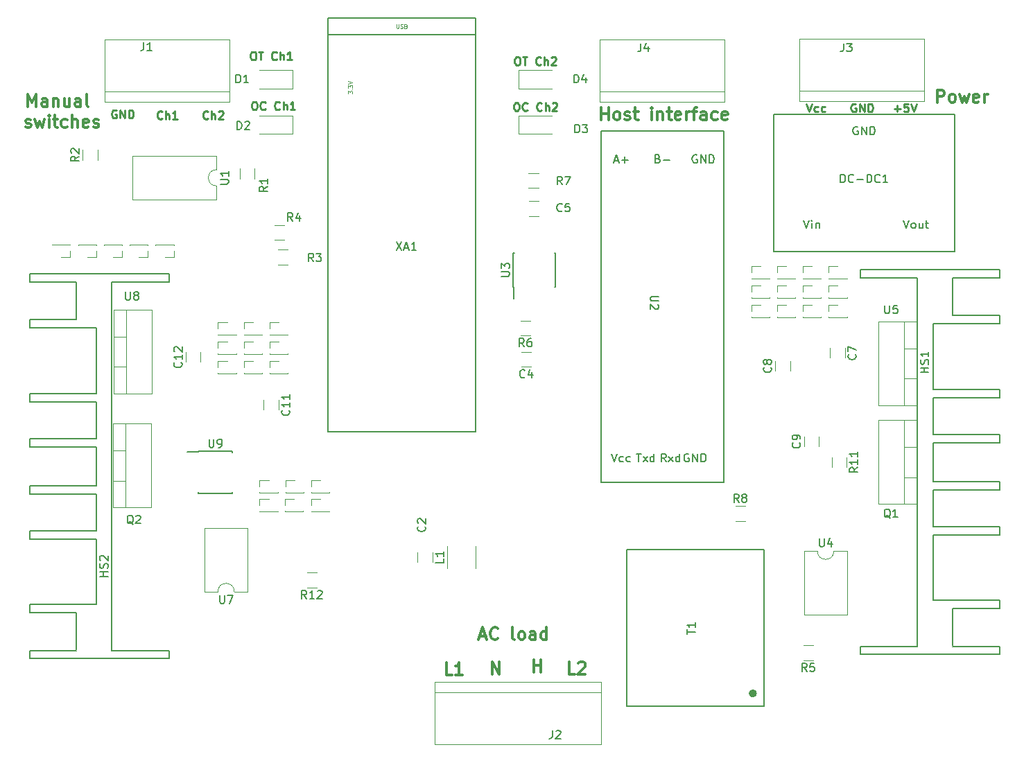
<source format=gbr>
G04 #@! TF.GenerationSoftware,KiCad,Pcbnew,5.0.2+dfsg1-1~bpo9+1*
G04 #@! TF.CreationDate,2019-06-26T12:15:30+03:00*
G04 #@! TF.ProjectId,SmartDimmer,536d6172-7444-4696-9d6d-65722e6b6963,rev?*
G04 #@! TF.SameCoordinates,Original*
G04 #@! TF.FileFunction,Legend,Top*
G04 #@! TF.FilePolarity,Positive*
%FSLAX46Y46*%
G04 Gerber Fmt 4.6, Leading zero omitted, Abs format (unit mm)*
G04 Created by KiCad (PCBNEW 5.0.2+dfsg1-1~bpo9+1) date Wed 26 Jun 2019 12:15:30 PM +03*
%MOMM*%
%LPD*%
G01*
G04 APERTURE LIST*
%ADD10C,0.250000*%
%ADD11C,0.300000*%
%ADD12C,0.120000*%
%ADD13C,0.150000*%
%ADD14C,0.500000*%
%ADD15C,0.075000*%
G04 APERTURE END LIST*
D10*
X167201238Y-64661380D02*
X167391714Y-64661380D01*
X167486952Y-64709000D01*
X167582190Y-64804238D01*
X167629809Y-64994714D01*
X167629809Y-65328047D01*
X167582190Y-65518523D01*
X167486952Y-65613761D01*
X167391714Y-65661380D01*
X167201238Y-65661380D01*
X167106000Y-65613761D01*
X167010761Y-65518523D01*
X166963142Y-65328047D01*
X166963142Y-64994714D01*
X167010761Y-64804238D01*
X167106000Y-64709000D01*
X167201238Y-64661380D01*
X168629809Y-65566142D02*
X168582190Y-65613761D01*
X168439333Y-65661380D01*
X168344095Y-65661380D01*
X168201238Y-65613761D01*
X168106000Y-65518523D01*
X168058380Y-65423285D01*
X168010761Y-65232809D01*
X168010761Y-65089952D01*
X168058380Y-64899476D01*
X168106000Y-64804238D01*
X168201238Y-64709000D01*
X168344095Y-64661380D01*
X168439333Y-64661380D01*
X168582190Y-64709000D01*
X168629809Y-64756619D01*
X170391714Y-65566142D02*
X170344095Y-65613761D01*
X170201238Y-65661380D01*
X170106000Y-65661380D01*
X169963142Y-65613761D01*
X169867904Y-65518523D01*
X169820285Y-65423285D01*
X169772666Y-65232809D01*
X169772666Y-65089952D01*
X169820285Y-64899476D01*
X169867904Y-64804238D01*
X169963142Y-64709000D01*
X170106000Y-64661380D01*
X170201238Y-64661380D01*
X170344095Y-64709000D01*
X170391714Y-64756619D01*
X170820285Y-65661380D02*
X170820285Y-64661380D01*
X171248857Y-65661380D02*
X171248857Y-65137571D01*
X171201238Y-65042333D01*
X171106000Y-64994714D01*
X170963142Y-64994714D01*
X170867904Y-65042333D01*
X170820285Y-65089952D01*
X171677428Y-64756619D02*
X171725047Y-64709000D01*
X171820285Y-64661380D01*
X172058380Y-64661380D01*
X172153619Y-64709000D01*
X172201238Y-64756619D01*
X172248857Y-64851857D01*
X172248857Y-64947095D01*
X172201238Y-65089952D01*
X171629809Y-65661380D01*
X172248857Y-65661380D01*
X167320285Y-59073380D02*
X167510761Y-59073380D01*
X167606000Y-59121000D01*
X167701238Y-59216238D01*
X167748857Y-59406714D01*
X167748857Y-59740047D01*
X167701238Y-59930523D01*
X167606000Y-60025761D01*
X167510761Y-60073380D01*
X167320285Y-60073380D01*
X167225047Y-60025761D01*
X167129809Y-59930523D01*
X167082190Y-59740047D01*
X167082190Y-59406714D01*
X167129809Y-59216238D01*
X167225047Y-59121000D01*
X167320285Y-59073380D01*
X168034571Y-59073380D02*
X168606000Y-59073380D01*
X168320285Y-60073380D02*
X168320285Y-59073380D01*
X170272666Y-59978142D02*
X170225047Y-60025761D01*
X170082190Y-60073380D01*
X169986952Y-60073380D01*
X169844095Y-60025761D01*
X169748857Y-59930523D01*
X169701238Y-59835285D01*
X169653619Y-59644809D01*
X169653619Y-59501952D01*
X169701238Y-59311476D01*
X169748857Y-59216238D01*
X169844095Y-59121000D01*
X169986952Y-59073380D01*
X170082190Y-59073380D01*
X170225047Y-59121000D01*
X170272666Y-59168619D01*
X170701238Y-60073380D02*
X170701238Y-59073380D01*
X171129809Y-60073380D02*
X171129809Y-59549571D01*
X171082190Y-59454333D01*
X170986952Y-59406714D01*
X170844095Y-59406714D01*
X170748857Y-59454333D01*
X170701238Y-59501952D01*
X171558380Y-59168619D02*
X171606000Y-59121000D01*
X171701238Y-59073380D01*
X171939333Y-59073380D01*
X172034571Y-59121000D01*
X172082190Y-59168619D01*
X172129809Y-59263857D01*
X172129809Y-59359095D01*
X172082190Y-59501952D01*
X171510761Y-60073380D01*
X172129809Y-60073380D01*
X135197238Y-64534380D02*
X135387714Y-64534380D01*
X135482952Y-64582000D01*
X135578190Y-64677238D01*
X135625809Y-64867714D01*
X135625809Y-65201047D01*
X135578190Y-65391523D01*
X135482952Y-65486761D01*
X135387714Y-65534380D01*
X135197238Y-65534380D01*
X135102000Y-65486761D01*
X135006761Y-65391523D01*
X134959142Y-65201047D01*
X134959142Y-64867714D01*
X135006761Y-64677238D01*
X135102000Y-64582000D01*
X135197238Y-64534380D01*
X136625809Y-65439142D02*
X136578190Y-65486761D01*
X136435333Y-65534380D01*
X136340095Y-65534380D01*
X136197238Y-65486761D01*
X136102000Y-65391523D01*
X136054380Y-65296285D01*
X136006761Y-65105809D01*
X136006761Y-64962952D01*
X136054380Y-64772476D01*
X136102000Y-64677238D01*
X136197238Y-64582000D01*
X136340095Y-64534380D01*
X136435333Y-64534380D01*
X136578190Y-64582000D01*
X136625809Y-64629619D01*
X138387714Y-65439142D02*
X138340095Y-65486761D01*
X138197238Y-65534380D01*
X138102000Y-65534380D01*
X137959142Y-65486761D01*
X137863904Y-65391523D01*
X137816285Y-65296285D01*
X137768666Y-65105809D01*
X137768666Y-64962952D01*
X137816285Y-64772476D01*
X137863904Y-64677238D01*
X137959142Y-64582000D01*
X138102000Y-64534380D01*
X138197238Y-64534380D01*
X138340095Y-64582000D01*
X138387714Y-64629619D01*
X138816285Y-65534380D02*
X138816285Y-64534380D01*
X139244857Y-65534380D02*
X139244857Y-65010571D01*
X139197238Y-64915333D01*
X139102000Y-64867714D01*
X138959142Y-64867714D01*
X138863904Y-64915333D01*
X138816285Y-64962952D01*
X140244857Y-65534380D02*
X139673428Y-65534380D01*
X139959142Y-65534380D02*
X139959142Y-64534380D01*
X139863904Y-64677238D01*
X139768666Y-64772476D01*
X139673428Y-64820095D01*
X135062285Y-58438380D02*
X135252761Y-58438380D01*
X135348000Y-58486000D01*
X135443238Y-58581238D01*
X135490857Y-58771714D01*
X135490857Y-59105047D01*
X135443238Y-59295523D01*
X135348000Y-59390761D01*
X135252761Y-59438380D01*
X135062285Y-59438380D01*
X134967047Y-59390761D01*
X134871809Y-59295523D01*
X134824190Y-59105047D01*
X134824190Y-58771714D01*
X134871809Y-58581238D01*
X134967047Y-58486000D01*
X135062285Y-58438380D01*
X135776571Y-58438380D02*
X136348000Y-58438380D01*
X136062285Y-59438380D02*
X136062285Y-58438380D01*
X138014666Y-59343142D02*
X137967047Y-59390761D01*
X137824190Y-59438380D01*
X137728952Y-59438380D01*
X137586095Y-59390761D01*
X137490857Y-59295523D01*
X137443238Y-59200285D01*
X137395619Y-59009809D01*
X137395619Y-58866952D01*
X137443238Y-58676476D01*
X137490857Y-58581238D01*
X137586095Y-58486000D01*
X137728952Y-58438380D01*
X137824190Y-58438380D01*
X137967047Y-58486000D01*
X138014666Y-58533619D01*
X138443238Y-59438380D02*
X138443238Y-58438380D01*
X138871809Y-59438380D02*
X138871809Y-58914571D01*
X138824190Y-58819333D01*
X138728952Y-58771714D01*
X138586095Y-58771714D01*
X138490857Y-58819333D01*
X138443238Y-58866952D01*
X139871809Y-59438380D02*
X139300380Y-59438380D01*
X139586095Y-59438380D02*
X139586095Y-58438380D01*
X139490857Y-58581238D01*
X139395619Y-58676476D01*
X139300380Y-58724095D01*
X118425095Y-65598000D02*
X118329857Y-65550380D01*
X118187000Y-65550380D01*
X118044142Y-65598000D01*
X117948904Y-65693238D01*
X117901285Y-65788476D01*
X117853666Y-65978952D01*
X117853666Y-66121809D01*
X117901285Y-66312285D01*
X117948904Y-66407523D01*
X118044142Y-66502761D01*
X118187000Y-66550380D01*
X118282238Y-66550380D01*
X118425095Y-66502761D01*
X118472714Y-66455142D01*
X118472714Y-66121809D01*
X118282238Y-66121809D01*
X118901285Y-66550380D02*
X118901285Y-65550380D01*
X119472714Y-66550380D01*
X119472714Y-65550380D01*
X119948904Y-66550380D02*
X119948904Y-65550380D01*
X120187000Y-65550380D01*
X120329857Y-65598000D01*
X120425095Y-65693238D01*
X120472714Y-65788476D01*
X120520333Y-65978952D01*
X120520333Y-66121809D01*
X120472714Y-66312285D01*
X120425095Y-66407523D01*
X120329857Y-66502761D01*
X120187000Y-66550380D01*
X119948904Y-66550380D01*
X124028952Y-66582142D02*
X123981333Y-66629761D01*
X123838476Y-66677380D01*
X123743238Y-66677380D01*
X123600380Y-66629761D01*
X123505142Y-66534523D01*
X123457523Y-66439285D01*
X123409904Y-66248809D01*
X123409904Y-66105952D01*
X123457523Y-65915476D01*
X123505142Y-65820238D01*
X123600380Y-65725000D01*
X123743238Y-65677380D01*
X123838476Y-65677380D01*
X123981333Y-65725000D01*
X124028952Y-65772619D01*
X124457523Y-66677380D02*
X124457523Y-65677380D01*
X124886095Y-66677380D02*
X124886095Y-66153571D01*
X124838476Y-66058333D01*
X124743238Y-66010714D01*
X124600380Y-66010714D01*
X124505142Y-66058333D01*
X124457523Y-66105952D01*
X125886095Y-66677380D02*
X125314666Y-66677380D01*
X125600380Y-66677380D02*
X125600380Y-65677380D01*
X125505142Y-65820238D01*
X125409904Y-65915476D01*
X125314666Y-65963095D01*
X129616952Y-66582142D02*
X129569333Y-66629761D01*
X129426476Y-66677380D01*
X129331238Y-66677380D01*
X129188380Y-66629761D01*
X129093142Y-66534523D01*
X129045523Y-66439285D01*
X128997904Y-66248809D01*
X128997904Y-66105952D01*
X129045523Y-65915476D01*
X129093142Y-65820238D01*
X129188380Y-65725000D01*
X129331238Y-65677380D01*
X129426476Y-65677380D01*
X129569333Y-65725000D01*
X129616952Y-65772619D01*
X130045523Y-66677380D02*
X130045523Y-65677380D01*
X130474095Y-66677380D02*
X130474095Y-66153571D01*
X130426476Y-66058333D01*
X130331238Y-66010714D01*
X130188380Y-66010714D01*
X130093142Y-66058333D01*
X130045523Y-66105952D01*
X130902666Y-65772619D02*
X130950285Y-65725000D01*
X131045523Y-65677380D01*
X131283619Y-65677380D01*
X131378857Y-65725000D01*
X131426476Y-65772619D01*
X131474095Y-65867857D01*
X131474095Y-65963095D01*
X131426476Y-66105952D01*
X130855047Y-66677380D01*
X131474095Y-66677380D01*
X213405285Y-65407428D02*
X214167190Y-65407428D01*
X213786238Y-65788380D02*
X213786238Y-65026476D01*
X215119571Y-64788380D02*
X214643380Y-64788380D01*
X214595761Y-65264571D01*
X214643380Y-65216952D01*
X214738619Y-65169333D01*
X214976714Y-65169333D01*
X215071952Y-65216952D01*
X215119571Y-65264571D01*
X215167190Y-65359809D01*
X215167190Y-65597904D01*
X215119571Y-65693142D01*
X215071952Y-65740761D01*
X214976714Y-65788380D01*
X214738619Y-65788380D01*
X214643380Y-65740761D01*
X214595761Y-65693142D01*
X215452904Y-64788380D02*
X215786238Y-65788380D01*
X216119571Y-64788380D01*
X208722095Y-64836000D02*
X208626857Y-64788380D01*
X208484000Y-64788380D01*
X208341142Y-64836000D01*
X208245904Y-64931238D01*
X208198285Y-65026476D01*
X208150666Y-65216952D01*
X208150666Y-65359809D01*
X208198285Y-65550285D01*
X208245904Y-65645523D01*
X208341142Y-65740761D01*
X208484000Y-65788380D01*
X208579238Y-65788380D01*
X208722095Y-65740761D01*
X208769714Y-65693142D01*
X208769714Y-65359809D01*
X208579238Y-65359809D01*
X209198285Y-65788380D02*
X209198285Y-64788380D01*
X209769714Y-65788380D01*
X209769714Y-64788380D01*
X210245904Y-65788380D02*
X210245904Y-64788380D01*
X210484000Y-64788380D01*
X210626857Y-64836000D01*
X210722095Y-64931238D01*
X210769714Y-65026476D01*
X210817333Y-65216952D01*
X210817333Y-65359809D01*
X210769714Y-65550285D01*
X210722095Y-65645523D01*
X210626857Y-65740761D01*
X210484000Y-65788380D01*
X210245904Y-65788380D01*
X202705523Y-64788380D02*
X203038857Y-65788380D01*
X203372190Y-64788380D01*
X204134095Y-65740761D02*
X204038857Y-65788380D01*
X203848380Y-65788380D01*
X203753142Y-65740761D01*
X203705523Y-65693142D01*
X203657904Y-65597904D01*
X203657904Y-65312190D01*
X203705523Y-65216952D01*
X203753142Y-65169333D01*
X203848380Y-65121714D01*
X204038857Y-65121714D01*
X204134095Y-65169333D01*
X204991238Y-65740761D02*
X204896000Y-65788380D01*
X204705523Y-65788380D01*
X204610285Y-65740761D01*
X204562666Y-65693142D01*
X204515047Y-65597904D01*
X204515047Y-65312190D01*
X204562666Y-65216952D01*
X204610285Y-65169333D01*
X204705523Y-65121714D01*
X204896000Y-65121714D01*
X204991238Y-65169333D01*
D11*
X174436000Y-134467571D02*
X173721714Y-134467571D01*
X173721714Y-132967571D01*
X174864571Y-133110428D02*
X174936000Y-133039000D01*
X175078857Y-132967571D01*
X175436000Y-132967571D01*
X175578857Y-133039000D01*
X175650285Y-133110428D01*
X175721714Y-133253285D01*
X175721714Y-133396142D01*
X175650285Y-133610428D01*
X174793142Y-134467571D01*
X175721714Y-134467571D01*
X159450000Y-134594571D02*
X158735714Y-134594571D01*
X158735714Y-133094571D01*
X160735714Y-134594571D02*
X159878571Y-134594571D01*
X160307142Y-134594571D02*
X160307142Y-133094571D01*
X160164285Y-133308857D01*
X160021428Y-133451714D01*
X159878571Y-133523142D01*
X164351428Y-134467571D02*
X164351428Y-132967571D01*
X165208571Y-134467571D01*
X165208571Y-132967571D01*
X169431428Y-134213571D02*
X169431428Y-132713571D01*
X169431428Y-133427857D02*
X170288571Y-133427857D01*
X170288571Y-134213571D02*
X170288571Y-132713571D01*
X162831857Y-129848000D02*
X163546142Y-129848000D01*
X162689000Y-130276571D02*
X163189000Y-128776571D01*
X163689000Y-130276571D01*
X165046142Y-130133714D02*
X164974714Y-130205142D01*
X164760428Y-130276571D01*
X164617571Y-130276571D01*
X164403285Y-130205142D01*
X164260428Y-130062285D01*
X164189000Y-129919428D01*
X164117571Y-129633714D01*
X164117571Y-129419428D01*
X164189000Y-129133714D01*
X164260428Y-128990857D01*
X164403285Y-128848000D01*
X164617571Y-128776571D01*
X164760428Y-128776571D01*
X164974714Y-128848000D01*
X165046142Y-128919428D01*
X167046142Y-130276571D02*
X166903285Y-130205142D01*
X166831857Y-130062285D01*
X166831857Y-128776571D01*
X167831857Y-130276571D02*
X167689000Y-130205142D01*
X167617571Y-130133714D01*
X167546142Y-129990857D01*
X167546142Y-129562285D01*
X167617571Y-129419428D01*
X167689000Y-129348000D01*
X167831857Y-129276571D01*
X168046142Y-129276571D01*
X168189000Y-129348000D01*
X168260428Y-129419428D01*
X168331857Y-129562285D01*
X168331857Y-129990857D01*
X168260428Y-130133714D01*
X168189000Y-130205142D01*
X168046142Y-130276571D01*
X167831857Y-130276571D01*
X169617571Y-130276571D02*
X169617571Y-129490857D01*
X169546142Y-129348000D01*
X169403285Y-129276571D01*
X169117571Y-129276571D01*
X168974714Y-129348000D01*
X169617571Y-130205142D02*
X169474714Y-130276571D01*
X169117571Y-130276571D01*
X168974714Y-130205142D01*
X168903285Y-130062285D01*
X168903285Y-129919428D01*
X168974714Y-129776571D01*
X169117571Y-129705142D01*
X169474714Y-129705142D01*
X169617571Y-129633714D01*
X170974714Y-130276571D02*
X170974714Y-128776571D01*
X170974714Y-130205142D02*
X170831857Y-130276571D01*
X170546142Y-130276571D01*
X170403285Y-130205142D01*
X170331857Y-130133714D01*
X170260428Y-129990857D01*
X170260428Y-129562285D01*
X170331857Y-129419428D01*
X170403285Y-129348000D01*
X170546142Y-129276571D01*
X170831857Y-129276571D01*
X170974714Y-129348000D01*
X218711714Y-64617571D02*
X218711714Y-63117571D01*
X219283142Y-63117571D01*
X219426000Y-63189000D01*
X219497428Y-63260428D01*
X219568857Y-63403285D01*
X219568857Y-63617571D01*
X219497428Y-63760428D01*
X219426000Y-63831857D01*
X219283142Y-63903285D01*
X218711714Y-63903285D01*
X220426000Y-64617571D02*
X220283142Y-64546142D01*
X220211714Y-64474714D01*
X220140285Y-64331857D01*
X220140285Y-63903285D01*
X220211714Y-63760428D01*
X220283142Y-63689000D01*
X220426000Y-63617571D01*
X220640285Y-63617571D01*
X220783142Y-63689000D01*
X220854571Y-63760428D01*
X220926000Y-63903285D01*
X220926000Y-64331857D01*
X220854571Y-64474714D01*
X220783142Y-64546142D01*
X220640285Y-64617571D01*
X220426000Y-64617571D01*
X221426000Y-63617571D02*
X221711714Y-64617571D01*
X221997428Y-63903285D01*
X222283142Y-64617571D01*
X222568857Y-63617571D01*
X223711714Y-64546142D02*
X223568857Y-64617571D01*
X223283142Y-64617571D01*
X223140285Y-64546142D01*
X223068857Y-64403285D01*
X223068857Y-63831857D01*
X223140285Y-63689000D01*
X223283142Y-63617571D01*
X223568857Y-63617571D01*
X223711714Y-63689000D01*
X223783142Y-63831857D01*
X223783142Y-63974714D01*
X223068857Y-64117571D01*
X224426000Y-64617571D02*
X224426000Y-63617571D01*
X224426000Y-63903285D02*
X224497428Y-63760428D01*
X224568857Y-63689000D01*
X224711714Y-63617571D01*
X224854571Y-63617571D01*
X107642428Y-65120571D02*
X107642428Y-63620571D01*
X108142428Y-64692000D01*
X108642428Y-63620571D01*
X108642428Y-65120571D01*
X109999571Y-65120571D02*
X109999571Y-64334857D01*
X109928142Y-64192000D01*
X109785285Y-64120571D01*
X109499571Y-64120571D01*
X109356714Y-64192000D01*
X109999571Y-65049142D02*
X109856714Y-65120571D01*
X109499571Y-65120571D01*
X109356714Y-65049142D01*
X109285285Y-64906285D01*
X109285285Y-64763428D01*
X109356714Y-64620571D01*
X109499571Y-64549142D01*
X109856714Y-64549142D01*
X109999571Y-64477714D01*
X110713857Y-64120571D02*
X110713857Y-65120571D01*
X110713857Y-64263428D02*
X110785285Y-64192000D01*
X110928142Y-64120571D01*
X111142428Y-64120571D01*
X111285285Y-64192000D01*
X111356714Y-64334857D01*
X111356714Y-65120571D01*
X112713857Y-64120571D02*
X112713857Y-65120571D01*
X112071000Y-64120571D02*
X112071000Y-64906285D01*
X112142428Y-65049142D01*
X112285285Y-65120571D01*
X112499571Y-65120571D01*
X112642428Y-65049142D01*
X112713857Y-64977714D01*
X114071000Y-65120571D02*
X114071000Y-64334857D01*
X113999571Y-64192000D01*
X113856714Y-64120571D01*
X113571000Y-64120571D01*
X113428142Y-64192000D01*
X114071000Y-65049142D02*
X113928142Y-65120571D01*
X113571000Y-65120571D01*
X113428142Y-65049142D01*
X113356714Y-64906285D01*
X113356714Y-64763428D01*
X113428142Y-64620571D01*
X113571000Y-64549142D01*
X113928142Y-64549142D01*
X114071000Y-64477714D01*
X114999571Y-65120571D02*
X114856714Y-65049142D01*
X114785285Y-64906285D01*
X114785285Y-63620571D01*
X107356714Y-67599142D02*
X107499571Y-67670571D01*
X107785285Y-67670571D01*
X107928142Y-67599142D01*
X107999571Y-67456285D01*
X107999571Y-67384857D01*
X107928142Y-67242000D01*
X107785285Y-67170571D01*
X107571000Y-67170571D01*
X107428142Y-67099142D01*
X107356714Y-66956285D01*
X107356714Y-66884857D01*
X107428142Y-66742000D01*
X107571000Y-66670571D01*
X107785285Y-66670571D01*
X107928142Y-66742000D01*
X108499571Y-66670571D02*
X108785285Y-67670571D01*
X109071000Y-66956285D01*
X109356714Y-67670571D01*
X109642428Y-66670571D01*
X110213857Y-67670571D02*
X110213857Y-66670571D01*
X110213857Y-66170571D02*
X110142428Y-66242000D01*
X110213857Y-66313428D01*
X110285285Y-66242000D01*
X110213857Y-66170571D01*
X110213857Y-66313428D01*
X110713857Y-66670571D02*
X111285285Y-66670571D01*
X110928142Y-66170571D02*
X110928142Y-67456285D01*
X110999571Y-67599142D01*
X111142428Y-67670571D01*
X111285285Y-67670571D01*
X112428142Y-67599142D02*
X112285285Y-67670571D01*
X111999571Y-67670571D01*
X111856714Y-67599142D01*
X111785285Y-67527714D01*
X111713857Y-67384857D01*
X111713857Y-66956285D01*
X111785285Y-66813428D01*
X111856714Y-66742000D01*
X111999571Y-66670571D01*
X112285285Y-66670571D01*
X112428142Y-66742000D01*
X113071000Y-67670571D02*
X113071000Y-66170571D01*
X113713857Y-67670571D02*
X113713857Y-66884857D01*
X113642428Y-66742000D01*
X113499571Y-66670571D01*
X113285285Y-66670571D01*
X113142428Y-66742000D01*
X113071000Y-66813428D01*
X114999571Y-67599142D02*
X114856714Y-67670571D01*
X114571000Y-67670571D01*
X114428142Y-67599142D01*
X114356714Y-67456285D01*
X114356714Y-66884857D01*
X114428142Y-66742000D01*
X114571000Y-66670571D01*
X114856714Y-66670571D01*
X114999571Y-66742000D01*
X115071000Y-66884857D01*
X115071000Y-67027714D01*
X114356714Y-67170571D01*
X115642428Y-67599142D02*
X115785285Y-67670571D01*
X116071000Y-67670571D01*
X116213857Y-67599142D01*
X116285285Y-67456285D01*
X116285285Y-67384857D01*
X116213857Y-67242000D01*
X116071000Y-67170571D01*
X115856714Y-67170571D01*
X115713857Y-67099142D01*
X115642428Y-66956285D01*
X115642428Y-66884857D01*
X115713857Y-66742000D01*
X115856714Y-66670571D01*
X116071000Y-66670571D01*
X116213857Y-66742000D01*
X177675428Y-66776571D02*
X177675428Y-65276571D01*
X177675428Y-65990857D02*
X178532571Y-65990857D01*
X178532571Y-66776571D02*
X178532571Y-65276571D01*
X179461142Y-66776571D02*
X179318285Y-66705142D01*
X179246857Y-66633714D01*
X179175428Y-66490857D01*
X179175428Y-66062285D01*
X179246857Y-65919428D01*
X179318285Y-65848000D01*
X179461142Y-65776571D01*
X179675428Y-65776571D01*
X179818285Y-65848000D01*
X179889714Y-65919428D01*
X179961142Y-66062285D01*
X179961142Y-66490857D01*
X179889714Y-66633714D01*
X179818285Y-66705142D01*
X179675428Y-66776571D01*
X179461142Y-66776571D01*
X180532571Y-66705142D02*
X180675428Y-66776571D01*
X180961142Y-66776571D01*
X181104000Y-66705142D01*
X181175428Y-66562285D01*
X181175428Y-66490857D01*
X181104000Y-66348000D01*
X180961142Y-66276571D01*
X180746857Y-66276571D01*
X180604000Y-66205142D01*
X180532571Y-66062285D01*
X180532571Y-65990857D01*
X180604000Y-65848000D01*
X180746857Y-65776571D01*
X180961142Y-65776571D01*
X181104000Y-65848000D01*
X181604000Y-65776571D02*
X182175428Y-65776571D01*
X181818285Y-65276571D02*
X181818285Y-66562285D01*
X181889714Y-66705142D01*
X182032571Y-66776571D01*
X182175428Y-66776571D01*
X183818285Y-66776571D02*
X183818285Y-65776571D01*
X183818285Y-65276571D02*
X183746857Y-65348000D01*
X183818285Y-65419428D01*
X183889714Y-65348000D01*
X183818285Y-65276571D01*
X183818285Y-65419428D01*
X184532571Y-65776571D02*
X184532571Y-66776571D01*
X184532571Y-65919428D02*
X184604000Y-65848000D01*
X184746857Y-65776571D01*
X184961142Y-65776571D01*
X185104000Y-65848000D01*
X185175428Y-65990857D01*
X185175428Y-66776571D01*
X185675428Y-65776571D02*
X186246857Y-65776571D01*
X185889714Y-65276571D02*
X185889714Y-66562285D01*
X185961142Y-66705142D01*
X186104000Y-66776571D01*
X186246857Y-66776571D01*
X187318285Y-66705142D02*
X187175428Y-66776571D01*
X186889714Y-66776571D01*
X186746857Y-66705142D01*
X186675428Y-66562285D01*
X186675428Y-65990857D01*
X186746857Y-65848000D01*
X186889714Y-65776571D01*
X187175428Y-65776571D01*
X187318285Y-65848000D01*
X187389714Y-65990857D01*
X187389714Y-66133714D01*
X186675428Y-66276571D01*
X188032571Y-66776571D02*
X188032571Y-65776571D01*
X188032571Y-66062285D02*
X188104000Y-65919428D01*
X188175428Y-65848000D01*
X188318285Y-65776571D01*
X188461142Y-65776571D01*
X188746857Y-65776571D02*
X189318285Y-65776571D01*
X188961142Y-66776571D02*
X188961142Y-65490857D01*
X189032571Y-65348000D01*
X189175428Y-65276571D01*
X189318285Y-65276571D01*
X190461142Y-66776571D02*
X190461142Y-65990857D01*
X190389714Y-65848000D01*
X190246857Y-65776571D01*
X189961142Y-65776571D01*
X189818285Y-65848000D01*
X190461142Y-66705142D02*
X190318285Y-66776571D01*
X189961142Y-66776571D01*
X189818285Y-66705142D01*
X189746857Y-66562285D01*
X189746857Y-66419428D01*
X189818285Y-66276571D01*
X189961142Y-66205142D01*
X190318285Y-66205142D01*
X190461142Y-66133714D01*
X191818285Y-66705142D02*
X191675428Y-66776571D01*
X191389714Y-66776571D01*
X191246857Y-66705142D01*
X191175428Y-66633714D01*
X191104000Y-66490857D01*
X191104000Y-66062285D01*
X191175428Y-65919428D01*
X191246857Y-65848000D01*
X191389714Y-65776571D01*
X191675428Y-65776571D01*
X191818285Y-65848000D01*
X193032571Y-66705142D02*
X192889714Y-66776571D01*
X192604000Y-66776571D01*
X192461142Y-66705142D01*
X192389714Y-66562285D01*
X192389714Y-65990857D01*
X192461142Y-65848000D01*
X192604000Y-65776571D01*
X192889714Y-65776571D01*
X193032571Y-65848000D01*
X193104000Y-65990857D01*
X193104000Y-66133714D01*
X192389714Y-66276571D01*
D12*
G04 #@! TO.C,J38*
X137155001Y-96232001D02*
X138265001Y-96232001D01*
X137155001Y-96992001D02*
X137155001Y-96232001D01*
X138828472Y-97752001D02*
X139375001Y-97752001D01*
X137155001Y-97752001D02*
X137701530Y-97752001D01*
X139375001Y-97752001D02*
X139375001Y-97687001D01*
X137155001Y-97752001D02*
X137155001Y-97687001D01*
X137155001Y-97752001D02*
X139375001Y-97752001D01*
G04 #@! TO.C,J21*
X139085001Y-112294001D02*
X141305001Y-112294001D01*
X139085001Y-112294001D02*
X139085001Y-112229001D01*
X141305001Y-112294001D02*
X141305001Y-112229001D01*
X139085001Y-112294001D02*
X139631530Y-112294001D01*
X140758472Y-112294001D02*
X141305001Y-112294001D01*
X139085001Y-111534001D02*
X139085001Y-110774001D01*
X139085001Y-110774001D02*
X140195001Y-110774001D01*
G04 #@! TO.C,J19*
X135935001Y-113124001D02*
X137045001Y-113124001D01*
X135935001Y-113884001D02*
X135935001Y-113124001D01*
X137608472Y-114644001D02*
X138155001Y-114644001D01*
X135935001Y-114644001D02*
X136481530Y-114644001D01*
X138155001Y-114644001D02*
X138155001Y-114579001D01*
X135935001Y-114644001D02*
X135935001Y-114579001D01*
X135935001Y-114644001D02*
X138155001Y-114644001D01*
G04 #@! TO.C,J18*
X137155001Y-95402001D02*
X139375001Y-95402001D01*
X137155001Y-95402001D02*
X137155001Y-95337001D01*
X139375001Y-95402001D02*
X139375001Y-95337001D01*
X137155001Y-95402001D02*
X137701530Y-95402001D01*
X138828472Y-95402001D02*
X139375001Y-95402001D01*
X137155001Y-94642001D02*
X137155001Y-93882001D01*
X137155001Y-93882001D02*
X138265001Y-93882001D01*
G04 #@! TO.C,J17*
X134005001Y-96232001D02*
X135115001Y-96232001D01*
X134005001Y-96992001D02*
X134005001Y-96232001D01*
X135678472Y-97752001D02*
X136225001Y-97752001D01*
X134005001Y-97752001D02*
X134551530Y-97752001D01*
X136225001Y-97752001D02*
X136225001Y-97687001D01*
X134005001Y-97752001D02*
X134005001Y-97687001D01*
X134005001Y-97752001D02*
X136225001Y-97752001D01*
G04 #@! TO.C,J16*
X135935001Y-112294001D02*
X138155001Y-112294001D01*
X135935001Y-112294001D02*
X135935001Y-112229001D01*
X138155001Y-112294001D02*
X138155001Y-112229001D01*
X135935001Y-112294001D02*
X136481530Y-112294001D01*
X137608472Y-112294001D02*
X138155001Y-112294001D01*
X135935001Y-111534001D02*
X135935001Y-110774001D01*
X135935001Y-110774001D02*
X137045001Y-110774001D01*
G04 #@! TO.C,J14*
X139032000Y-113090000D02*
X140142000Y-113090000D01*
X139032000Y-113850000D02*
X139032000Y-113090000D01*
X140705471Y-114610000D02*
X141252000Y-114610000D01*
X139032000Y-114610000D02*
X139578529Y-114610000D01*
X141252000Y-114610000D02*
X141252000Y-114545000D01*
X139032000Y-114610000D02*
X139032000Y-114545000D01*
X139032000Y-114610000D02*
X141252000Y-114610000D01*
G04 #@! TO.C,J36*
X137155001Y-93052001D02*
X139375001Y-93052001D01*
X137155001Y-93052001D02*
X137155001Y-92987001D01*
X139375001Y-93052001D02*
X139375001Y-92987001D01*
X137155001Y-93052001D02*
X137701530Y-93052001D01*
X138828472Y-93052001D02*
X139375001Y-93052001D01*
X137155001Y-92292001D02*
X137155001Y-91532001D01*
X137155001Y-91532001D02*
X138265001Y-91532001D01*
G04 #@! TO.C,J39*
X134005001Y-93882001D02*
X135115001Y-93882001D01*
X134005001Y-94642001D02*
X134005001Y-93882001D01*
X135678472Y-95402001D02*
X136225001Y-95402001D01*
X134005001Y-95402001D02*
X134551530Y-95402001D01*
X136225001Y-95402001D02*
X136225001Y-95337001D01*
X134005001Y-95402001D02*
X134005001Y-95337001D01*
X134005001Y-95402001D02*
X136225001Y-95402001D01*
G04 #@! TO.C,J40*
X130855001Y-97752001D02*
X133075001Y-97752001D01*
X130855001Y-97752001D02*
X130855001Y-97687001D01*
X133075001Y-97752001D02*
X133075001Y-97687001D01*
X130855001Y-97752001D02*
X131401530Y-97752001D01*
X132528472Y-97752001D02*
X133075001Y-97752001D01*
X130855001Y-96992001D02*
X130855001Y-96232001D01*
X130855001Y-96232001D02*
X131965001Y-96232001D01*
G04 #@! TO.C,J13*
X116002999Y-83524999D02*
X114892999Y-83524999D01*
X116002999Y-82764999D02*
X116002999Y-83524999D01*
X114329528Y-82004999D02*
X113782999Y-82004999D01*
X116002999Y-82004999D02*
X115456470Y-82004999D01*
X113782999Y-82004999D02*
X113782999Y-82069999D01*
X116002999Y-82004999D02*
X116002999Y-82069999D01*
X116002999Y-82004999D02*
X113782999Y-82004999D01*
G04 #@! TO.C,J12*
X142207000Y-114644001D02*
X144427000Y-114644001D01*
X142207000Y-114644001D02*
X142207000Y-114579001D01*
X144427000Y-114644001D02*
X144427000Y-114579001D01*
X142207000Y-114644001D02*
X142753529Y-114644001D01*
X143880471Y-114644001D02*
X144427000Y-114644001D01*
X142207000Y-113884001D02*
X142207000Y-113124001D01*
X142207000Y-113124001D02*
X143317000Y-113124001D01*
G04 #@! TO.C,J11*
X134005001Y-91532001D02*
X135115001Y-91532001D01*
X134005001Y-92292001D02*
X134005001Y-91532001D01*
X135678472Y-93052001D02*
X136225001Y-93052001D01*
X134005001Y-93052001D02*
X134551530Y-93052001D01*
X136225001Y-93052001D02*
X136225001Y-92987001D01*
X134005001Y-93052001D02*
X134005001Y-92987001D01*
X134005001Y-93052001D02*
X136225001Y-93052001D01*
G04 #@! TO.C,J10*
X130855001Y-95402001D02*
X133075001Y-95402001D01*
X130855001Y-95402001D02*
X130855001Y-95337001D01*
X133075001Y-95402001D02*
X133075001Y-95337001D01*
X130855001Y-95402001D02*
X131401530Y-95402001D01*
X132528472Y-95402001D02*
X133075001Y-95402001D01*
X130855001Y-94642001D02*
X130855001Y-93882001D01*
X130855001Y-93882001D02*
X131965001Y-93882001D01*
G04 #@! TO.C,J15*
X205429001Y-89374001D02*
X206539001Y-89374001D01*
X205429001Y-90134001D02*
X205429001Y-89374001D01*
X207102472Y-90894001D02*
X207649001Y-90894001D01*
X205429001Y-90894001D02*
X205975530Y-90894001D01*
X207649001Y-90894001D02*
X207649001Y-90829001D01*
X205429001Y-90894001D02*
X205429001Y-90829001D01*
X205429001Y-90894001D02*
X207649001Y-90894001D01*
G04 #@! TO.C,J20*
X119152999Y-82004999D02*
X116932999Y-82004999D01*
X119152999Y-82004999D02*
X119152999Y-82069999D01*
X116932999Y-82004999D02*
X116932999Y-82069999D01*
X119152999Y-82004999D02*
X118606470Y-82004999D01*
X117479528Y-82004999D02*
X116932999Y-82004999D01*
X119152999Y-82764999D02*
X119152999Y-83524999D01*
X119152999Y-83524999D02*
X118042999Y-83524999D01*
G04 #@! TO.C,J22*
X112804000Y-83495000D02*
X111694000Y-83495000D01*
X112804000Y-82735000D02*
X112804000Y-83495000D01*
X111130529Y-81975000D02*
X110584000Y-81975000D01*
X112804000Y-81975000D02*
X112257471Y-81975000D01*
X110584000Y-81975000D02*
X110584000Y-82040000D01*
X112804000Y-81975000D02*
X112804000Y-82040000D01*
X112804000Y-81975000D02*
X110584000Y-81975000D01*
G04 #@! TO.C,J23*
X130855001Y-93052001D02*
X133075001Y-93052001D01*
X130855001Y-93052001D02*
X130855001Y-92987001D01*
X133075001Y-93052001D02*
X133075001Y-92987001D01*
X130855001Y-93052001D02*
X131401530Y-93052001D01*
X132528472Y-93052001D02*
X133075001Y-93052001D01*
X130855001Y-92292001D02*
X130855001Y-91532001D01*
X130855001Y-91532001D02*
X131965001Y-91532001D01*
G04 #@! TO.C,J24*
X205429001Y-87024001D02*
X206539001Y-87024001D01*
X205429001Y-87784001D02*
X205429001Y-87024001D01*
X207102472Y-88544001D02*
X207649001Y-88544001D01*
X205429001Y-88544001D02*
X205975530Y-88544001D01*
X207649001Y-88544001D02*
X207649001Y-88479001D01*
X205429001Y-88544001D02*
X205429001Y-88479001D01*
X205429001Y-88544001D02*
X207649001Y-88544001D01*
G04 #@! TO.C,J25*
X202279001Y-90894001D02*
X204499001Y-90894001D01*
X202279001Y-90894001D02*
X202279001Y-90829001D01*
X204499001Y-90894001D02*
X204499001Y-90829001D01*
X202279001Y-90894001D02*
X202825530Y-90894001D01*
X203952472Y-90894001D02*
X204499001Y-90894001D01*
X202279001Y-90134001D02*
X202279001Y-89374001D01*
X202279001Y-89374001D02*
X203389001Y-89374001D01*
G04 #@! TO.C,J26*
X122302999Y-83524999D02*
X121192999Y-83524999D01*
X122302999Y-82764999D02*
X122302999Y-83524999D01*
X120629528Y-82004999D02*
X120082999Y-82004999D01*
X122302999Y-82004999D02*
X121756470Y-82004999D01*
X120082999Y-82004999D02*
X120082999Y-82069999D01*
X122302999Y-82004999D02*
X122302999Y-82069999D01*
X122302999Y-82004999D02*
X120082999Y-82004999D01*
G04 #@! TO.C,J27*
X142207000Y-112324000D02*
X144427000Y-112324000D01*
X142207000Y-112324000D02*
X142207000Y-112259000D01*
X144427000Y-112324000D02*
X144427000Y-112259000D01*
X142207000Y-112324000D02*
X142753529Y-112324000D01*
X143880471Y-112324000D02*
X144427000Y-112324000D01*
X142207000Y-111564000D02*
X142207000Y-110804000D01*
X142207000Y-110804000D02*
X143317000Y-110804000D01*
G04 #@! TO.C,J28*
X205429001Y-84674001D02*
X206539001Y-84674001D01*
X205429001Y-85434001D02*
X205429001Y-84674001D01*
X207102472Y-86194001D02*
X207649001Y-86194001D01*
X205429001Y-86194001D02*
X205975530Y-86194001D01*
X207649001Y-86194001D02*
X207649001Y-86129001D01*
X205429001Y-86194001D02*
X205429001Y-86129001D01*
X205429001Y-86194001D02*
X207649001Y-86194001D01*
G04 #@! TO.C,J29*
X202279001Y-88544001D02*
X204499001Y-88544001D01*
X202279001Y-88544001D02*
X202279001Y-88479001D01*
X204499001Y-88544001D02*
X204499001Y-88479001D01*
X202279001Y-88544001D02*
X202825530Y-88544001D01*
X203952472Y-88544001D02*
X204499001Y-88544001D01*
X202279001Y-87784001D02*
X202279001Y-87024001D01*
X202279001Y-87024001D02*
X203389001Y-87024001D01*
G04 #@! TO.C,J30*
X199129001Y-89374001D02*
X200239001Y-89374001D01*
X199129001Y-90134001D02*
X199129001Y-89374001D01*
X200802472Y-90894001D02*
X201349001Y-90894001D01*
X199129001Y-90894001D02*
X199675530Y-90894001D01*
X201349001Y-90894001D02*
X201349001Y-90829001D01*
X199129001Y-90894001D02*
X199129001Y-90829001D01*
X199129001Y-90894001D02*
X201349001Y-90894001D01*
G04 #@! TO.C,J31*
X125452999Y-82004999D02*
X123232999Y-82004999D01*
X125452999Y-82004999D02*
X125452999Y-82069999D01*
X123232999Y-82004999D02*
X123232999Y-82069999D01*
X125452999Y-82004999D02*
X124906470Y-82004999D01*
X123779528Y-82004999D02*
X123232999Y-82004999D01*
X125452999Y-82764999D02*
X125452999Y-83524999D01*
X125452999Y-83524999D02*
X124342999Y-83524999D01*
G04 #@! TO.C,J32*
X202279001Y-84674001D02*
X203389001Y-84674001D01*
X202279001Y-85434001D02*
X202279001Y-84674001D01*
X203952472Y-86194001D02*
X204499001Y-86194001D01*
X202279001Y-86194001D02*
X202825530Y-86194001D01*
X204499001Y-86194001D02*
X204499001Y-86129001D01*
X202279001Y-86194001D02*
X202279001Y-86129001D01*
X202279001Y-86194001D02*
X204499001Y-86194001D01*
G04 #@! TO.C,J33*
X199129001Y-88544001D02*
X201349001Y-88544001D01*
X199129001Y-88544001D02*
X199129001Y-88479001D01*
X201349001Y-88544001D02*
X201349001Y-88479001D01*
X199129001Y-88544001D02*
X199675530Y-88544001D01*
X200802472Y-88544001D02*
X201349001Y-88544001D01*
X199129001Y-87784001D02*
X199129001Y-87024001D01*
X199129001Y-87024001D02*
X200239001Y-87024001D01*
G04 #@! TO.C,J34*
X195979001Y-89374001D02*
X197089001Y-89374001D01*
X195979001Y-90134001D02*
X195979001Y-89374001D01*
X197652472Y-90894001D02*
X198199001Y-90894001D01*
X195979001Y-90894001D02*
X196525530Y-90894001D01*
X198199001Y-90894001D02*
X198199001Y-90829001D01*
X195979001Y-90894001D02*
X195979001Y-90829001D01*
X195979001Y-90894001D02*
X198199001Y-90894001D01*
G04 #@! TO.C,J35*
X199129001Y-86194001D02*
X201349001Y-86194001D01*
X199129001Y-86194001D02*
X199129001Y-86129001D01*
X201349001Y-86194001D02*
X201349001Y-86129001D01*
X199129001Y-86194001D02*
X199675530Y-86194001D01*
X200802472Y-86194001D02*
X201349001Y-86194001D01*
X199129001Y-85434001D02*
X199129001Y-84674001D01*
X199129001Y-84674001D02*
X200239001Y-84674001D01*
G04 #@! TO.C,J37*
X195979001Y-87024001D02*
X197089001Y-87024001D01*
X195979001Y-87784001D02*
X195979001Y-87024001D01*
X197652472Y-88544001D02*
X198199001Y-88544001D01*
X195979001Y-88544001D02*
X196525530Y-88544001D01*
X198199001Y-88544001D02*
X198199001Y-88479001D01*
X195979001Y-88544001D02*
X195979001Y-88479001D01*
X195979001Y-88544001D02*
X198199001Y-88544001D01*
G04 #@! TO.C,J9*
X195979001Y-86194001D02*
X198199001Y-86194001D01*
X195979001Y-86194001D02*
X195979001Y-86129001D01*
X198199001Y-86194001D02*
X198199001Y-86129001D01*
X195979001Y-86194001D02*
X196525530Y-86194001D01*
X197652472Y-86194001D02*
X198199001Y-86194001D01*
X195979001Y-85434001D02*
X195979001Y-84674001D01*
X195979001Y-84674001D02*
X197089001Y-84674001D01*
D13*
G04 #@! TO.C,DC-DC1*
X220787000Y-66098000D02*
X220787000Y-82862000D01*
X220787000Y-82862000D02*
X198689000Y-82862000D01*
X198689000Y-82862000D02*
X198689000Y-66098000D01*
X198689000Y-66098000D02*
X220787000Y-66098000D01*
G04 #@! TO.C,U2*
X177600000Y-111093000D02*
X177600000Y-68093000D01*
X192600000Y-111093000D02*
X177600000Y-111093000D01*
X192600000Y-68093000D02*
X192600000Y-111093000D01*
X177600000Y-68093000D02*
X192600000Y-68093000D01*
D12*
G04 #@! TO.C,D3*
X167527000Y-68503000D02*
X171587000Y-68503000D01*
X167527000Y-66233000D02*
X167527000Y-68503000D01*
X171587000Y-66233000D02*
X167527000Y-66233000D01*
G04 #@! TO.C,D4*
X171632000Y-60679002D02*
X167572000Y-60679002D01*
X167572000Y-60679002D02*
X167572000Y-62949002D01*
X167572000Y-62949002D02*
X171632000Y-62949002D01*
G04 #@! TO.C,D2*
X139971500Y-66233000D02*
X135911500Y-66233000D01*
X139971500Y-68503000D02*
X139971500Y-66233000D01*
X135911500Y-68503000D02*
X139971500Y-68503000D01*
G04 #@! TO.C,D1*
X135911500Y-62949002D02*
X139971500Y-62949002D01*
X139971500Y-62949002D02*
X139971500Y-60679002D01*
X139971500Y-60679002D02*
X135911500Y-60679002D01*
G04 #@! TO.C,L1*
X158879000Y-121586252D02*
X158879000Y-118813748D01*
X162299000Y-121586252D02*
X162299000Y-118813748D01*
G04 #@! TO.C,C9*
X204237000Y-106647064D02*
X204237000Y-105442936D01*
X202417000Y-106647064D02*
X202417000Y-105442936D01*
D13*
G04 #@! TO.C,XA1*
X144240000Y-54364000D02*
X144240000Y-104844000D01*
X162240000Y-56364000D02*
X144240000Y-56364000D01*
X162274000Y-54364000D02*
X162274000Y-104844000D01*
X162240000Y-104844000D02*
X144240000Y-104844000D01*
X162274000Y-54364000D02*
X144240000Y-54364000D01*
D14*
G04 #@! TO.C,T1*
X196414000Y-136836000D02*
G75*
G03X196414000Y-136836000I-250000J0D01*
G01*
D13*
X197564000Y-119236000D02*
X180764000Y-119236000D01*
X197564000Y-138436000D02*
X197564000Y-119236000D01*
X180764000Y-138436000D02*
X197564000Y-138436000D01*
X180764000Y-119236000D02*
X180764000Y-138436000D01*
G04 #@! TO.C,HS2*
X115956000Y-125990268D02*
X107856000Y-125990268D01*
X117856000Y-109090268D02*
X117856000Y-131590268D01*
X113556000Y-131490268D02*
X113556000Y-126990268D01*
X107856000Y-132590268D02*
X107856000Y-131590268D01*
X107856000Y-117990268D02*
X115956000Y-117990268D01*
X107856000Y-126990268D02*
X113556000Y-126990268D01*
X107856000Y-131590268D02*
X113556000Y-131590268D01*
X124856000Y-132590268D02*
X124856000Y-131590268D01*
X107856000Y-111490268D02*
X107856000Y-112490268D01*
X115956000Y-111490268D02*
X107856000Y-111490268D01*
X115956000Y-116990268D02*
X107856000Y-116990268D01*
X115956000Y-125990268D02*
X115956000Y-117990268D01*
X107856000Y-116990268D02*
X107856000Y-117990268D01*
X124856000Y-131590268D02*
X117856000Y-131590268D01*
X107856000Y-125990268D02*
X107856000Y-126990268D01*
X107856000Y-112490268D02*
X115956000Y-112490268D01*
X107856000Y-132590268D02*
X124856000Y-132590268D01*
X115956000Y-112490268D02*
X115956000Y-116990268D01*
X115956000Y-109090268D02*
X115956000Y-111490268D01*
X115956000Y-105693000D02*
X115956000Y-101193000D01*
X115956000Y-109093000D02*
X115956000Y-106693000D01*
X107856000Y-100193000D02*
X115956000Y-100193000D01*
X107856000Y-101193000D02*
X107856000Y-100193000D01*
X115956000Y-101193000D02*
X107856000Y-101193000D01*
X107856000Y-105693000D02*
X115956000Y-105693000D01*
X107856000Y-106693000D02*
X107856000Y-105693000D01*
X115956000Y-106693000D02*
X107856000Y-106693000D01*
X115956000Y-92193000D02*
X115956000Y-100193000D01*
X107856000Y-91193000D02*
X113556000Y-91193000D01*
X107856000Y-92193000D02*
X107856000Y-91193000D01*
X115956000Y-92193000D02*
X107856000Y-92193000D01*
X113556000Y-86693000D02*
X113556000Y-91193000D01*
X107856000Y-86593000D02*
X113556000Y-86593000D01*
X107856000Y-85593000D02*
X107856000Y-86593000D01*
X124856000Y-86593000D02*
X117856000Y-86593000D01*
X124856000Y-85593000D02*
X124856000Y-86593000D01*
X107856000Y-85593000D02*
X124856000Y-85593000D01*
X117856000Y-109093000D02*
X117856000Y-86593000D01*
G04 #@! TO.C,HS1*
X218181000Y-91687732D02*
X226281000Y-91687732D01*
X216281000Y-108587732D02*
X216281000Y-86087732D01*
X220581000Y-86187732D02*
X220581000Y-90687732D01*
X226281000Y-85087732D02*
X226281000Y-86087732D01*
X226281000Y-99687732D02*
X218181000Y-99687732D01*
X226281000Y-90687732D02*
X220581000Y-90687732D01*
X226281000Y-86087732D02*
X220581000Y-86087732D01*
X209281000Y-85087732D02*
X209281000Y-86087732D01*
X226281000Y-106187732D02*
X226281000Y-105187732D01*
X218181000Y-106187732D02*
X226281000Y-106187732D01*
X218181000Y-100687732D02*
X226281000Y-100687732D01*
X218181000Y-91687732D02*
X218181000Y-99687732D01*
X226281000Y-100687732D02*
X226281000Y-99687732D01*
X209281000Y-86087732D02*
X216281000Y-86087732D01*
X226281000Y-91687732D02*
X226281000Y-90687732D01*
X226281000Y-105187732D02*
X218181000Y-105187732D01*
X226281000Y-85087732D02*
X209281000Y-85087732D01*
X218181000Y-105187732D02*
X218181000Y-100687732D01*
X218181000Y-108587732D02*
X218181000Y-106187732D01*
X218181000Y-111985000D02*
X218181000Y-116485000D01*
X218181000Y-108585000D02*
X218181000Y-110985000D01*
X226281000Y-117485000D02*
X218181000Y-117485000D01*
X226281000Y-116485000D02*
X226281000Y-117485000D01*
X218181000Y-116485000D02*
X226281000Y-116485000D01*
X226281000Y-111985000D02*
X218181000Y-111985000D01*
X226281000Y-110985000D02*
X226281000Y-111985000D01*
X218181000Y-110985000D02*
X226281000Y-110985000D01*
X218181000Y-125485000D02*
X218181000Y-117485000D01*
X226281000Y-126485000D02*
X220581000Y-126485000D01*
X226281000Y-125485000D02*
X226281000Y-126485000D01*
X218181000Y-125485000D02*
X226281000Y-125485000D01*
X220581000Y-130985000D02*
X220581000Y-126485000D01*
X226281000Y-131085000D02*
X220581000Y-131085000D01*
X226281000Y-132085000D02*
X226281000Y-131085000D01*
X209281000Y-131085000D02*
X216281000Y-131085000D01*
X209281000Y-132085000D02*
X209281000Y-131085000D01*
X226281000Y-132085000D02*
X209281000Y-132085000D01*
X216281000Y-108585000D02*
X216281000Y-131085000D01*
D12*
G04 #@! TO.C,R5*
X203518564Y-130974000D02*
X202314436Y-130974000D01*
X203518564Y-132794000D02*
X202314436Y-132794000D01*
G04 #@! TO.C,J1*
X117028000Y-64574000D02*
X132268000Y-64574000D01*
X117028000Y-56954000D02*
X132268000Y-56954000D01*
X117028000Y-63304000D02*
X132268000Y-63304000D01*
X132268000Y-64574000D02*
X132268000Y-56954000D01*
X117028000Y-64574000D02*
X117028000Y-56954000D01*
G04 #@! TO.C,C12*
X128735500Y-96360064D02*
X128735500Y-95155936D01*
X126915500Y-96360064D02*
X126915500Y-95155936D01*
G04 #@! TO.C,C11*
X136438000Y-100997936D02*
X136438000Y-102202064D01*
X138258000Y-100997936D02*
X138258000Y-102202064D01*
G04 #@! TO.C,C8*
X200742000Y-97434064D02*
X200742000Y-96229936D01*
X198922000Y-97434064D02*
X198922000Y-96229936D01*
G04 #@! TO.C,C7*
X205592000Y-94647936D02*
X205592000Y-95852064D01*
X207412000Y-94647936D02*
X207412000Y-95852064D01*
D13*
G04 #@! TO.C,U9*
X128455600Y-107304600D02*
X127055600Y-107304600D01*
X128455600Y-112404600D02*
X132605600Y-112404600D01*
X128455600Y-107254600D02*
X132605600Y-107254600D01*
X128455600Y-112404600D02*
X128455600Y-112259600D01*
X132605600Y-112404600D02*
X132605600Y-112259600D01*
X132605600Y-107254600D02*
X132605600Y-107399600D01*
X128455600Y-107254600D02*
X128455600Y-107304600D01*
D12*
G04 #@! TO.C,C2*
X155236500Y-119603436D02*
X155236500Y-120807564D01*
X157056500Y-119603436D02*
X157056500Y-120807564D01*
G04 #@! TO.C,C4*
X169092064Y-95102000D02*
X167887936Y-95102000D01*
X169092064Y-96922000D02*
X167887936Y-96922000D01*
G04 #@! TO.C,C5*
X168815936Y-78524000D02*
X170020064Y-78524000D01*
X168815936Y-76704000D02*
X170020064Y-76704000D01*
G04 #@! TO.C,U7*
X129184200Y-124391200D02*
X130834200Y-124391200D01*
X129184200Y-116651200D02*
X129184200Y-124391200D01*
X134484200Y-116651200D02*
X129184200Y-116651200D01*
X134484200Y-124391200D02*
X134484200Y-116651200D01*
X132834200Y-124391200D02*
X134484200Y-124391200D01*
X130834200Y-124391200D02*
G75*
G02X132834200Y-124391200I1000000J0D01*
G01*
G04 #@! TO.C,U4*
X207710800Y-119459400D02*
X206060800Y-119459400D01*
X207710800Y-127199400D02*
X207710800Y-119459400D01*
X202410800Y-127199400D02*
X207710800Y-127199400D01*
X202410800Y-119459400D02*
X202410800Y-127199400D01*
X204060800Y-119459400D02*
X202410800Y-119459400D01*
X206060800Y-119459400D02*
G75*
G02X204060800Y-119459400I-1000000J0D01*
G01*
G04 #@! TO.C,U1*
X130677000Y-76495000D02*
X130677000Y-74845000D01*
X120397000Y-76495000D02*
X130677000Y-76495000D01*
X120397000Y-71195000D02*
X120397000Y-76495000D01*
X130677000Y-71195000D02*
X120397000Y-71195000D01*
X130677000Y-72845000D02*
X130677000Y-71195000D01*
X130677000Y-74845000D02*
G75*
G02X130677000Y-72845000I0J1000000D01*
G01*
D13*
G04 #@! TO.C,U3*
X166965000Y-87179000D02*
X166965000Y-88579000D01*
X172065000Y-87179000D02*
X172065000Y-83029000D01*
X166915000Y-87179000D02*
X166915000Y-83029000D01*
X172065000Y-87179000D02*
X171920000Y-87179000D01*
X172065000Y-83029000D02*
X171920000Y-83029000D01*
X166915000Y-83029000D02*
X167060000Y-83029000D01*
X166915000Y-87179000D02*
X166965000Y-87179000D01*
D12*
G04 #@! TO.C,U5*
X216122000Y-98371000D02*
X214612000Y-98371000D01*
X216122000Y-94670000D02*
X214612000Y-94670000D01*
X214612000Y-91400000D02*
X214612000Y-101640000D01*
X216122000Y-101640000D02*
X211481000Y-101640000D01*
X216122000Y-91400000D02*
X211481000Y-91400000D01*
X211481000Y-91400000D02*
X211481000Y-101640000D01*
X216122000Y-91400000D02*
X216122000Y-101640000D01*
G04 #@! TO.C,U8*
X118142000Y-93246600D02*
X119652000Y-93246600D01*
X118142000Y-96947600D02*
X119652000Y-96947600D01*
X119652000Y-100217600D02*
X119652000Y-89977600D01*
X118142000Y-89977600D02*
X122783000Y-89977600D01*
X118142000Y-100217600D02*
X122783000Y-100217600D01*
X122783000Y-100217600D02*
X122783000Y-89977600D01*
X118142000Y-100217600D02*
X118142000Y-89977600D01*
G04 #@! TO.C,Q2*
X118040400Y-107165800D02*
X119550400Y-107165800D01*
X118040400Y-110866800D02*
X119550400Y-110866800D01*
X119550400Y-114136800D02*
X119550400Y-103896800D01*
X118040400Y-103896800D02*
X122681400Y-103896800D01*
X118040400Y-114136800D02*
X122681400Y-114136800D01*
X122681400Y-114136800D02*
X122681400Y-103896800D01*
X118040400Y-114136800D02*
X118040400Y-103896800D01*
G04 #@! TO.C,Q1*
X216122000Y-110436000D02*
X214612000Y-110436000D01*
X216122000Y-106735000D02*
X214612000Y-106735000D01*
X214612000Y-103465000D02*
X214612000Y-113705000D01*
X216122000Y-113705000D02*
X211481000Y-113705000D01*
X216122000Y-103465000D02*
X211481000Y-103465000D01*
X211481000Y-103465000D02*
X211481000Y-113705000D01*
X216122000Y-103465000D02*
X216122000Y-113705000D01*
G04 #@! TO.C,R11*
X205794687Y-107982936D02*
X205794687Y-109187064D01*
X207614687Y-107982936D02*
X207614687Y-109187064D01*
G04 #@! TO.C,R8*
X194022936Y-115776000D02*
X195227064Y-115776000D01*
X194022936Y-113956000D02*
X195227064Y-113956000D01*
G04 #@! TO.C,R3*
X138201436Y-84441500D02*
X139405564Y-84441500D01*
X138201436Y-82621500D02*
X139405564Y-82621500D01*
G04 #@! TO.C,R6*
X169004064Y-91292000D02*
X167799936Y-91292000D01*
X169004064Y-93112000D02*
X167799936Y-93112000D01*
G04 #@! TO.C,R1*
X135337000Y-73939064D02*
X135337000Y-72734936D01*
X133517000Y-73939064D02*
X133517000Y-72734936D01*
G04 #@! TO.C,R4*
X138918064Y-79621500D02*
X137713936Y-79621500D01*
X138918064Y-81441500D02*
X137713936Y-81441500D01*
G04 #@! TO.C,R2*
X116160000Y-71653064D02*
X116160000Y-70448936D01*
X114340000Y-71653064D02*
X114340000Y-70448936D01*
G04 #@! TO.C,R12*
X142903064Y-122084000D02*
X141698936Y-122084000D01*
X142903064Y-123904000D02*
X141698936Y-123904000D01*
G04 #@! TO.C,R7*
X168779436Y-75078000D02*
X169983564Y-75078000D01*
X168779436Y-73258000D02*
X169983564Y-73258000D01*
G04 #@! TO.C,J3*
X201864000Y-64447000D02*
X217104000Y-64447000D01*
X201864000Y-56827000D02*
X217104000Y-56827000D01*
X201864000Y-63177000D02*
X217104000Y-63177000D01*
X217104000Y-64447000D02*
X217104000Y-56827000D01*
X201864000Y-64447000D02*
X201864000Y-56827000D01*
G04 #@! TO.C,J4*
X177480000Y-64574000D02*
X192720000Y-64574000D01*
X177480000Y-56954000D02*
X192720000Y-56954000D01*
X177480000Y-63304000D02*
X192720000Y-63304000D01*
X192720000Y-64574000D02*
X192720000Y-56954000D01*
X177480000Y-64574000D02*
X177480000Y-56954000D01*
G04 #@! TO.C,J2*
X177607000Y-135440000D02*
X157287000Y-135440000D01*
X177607000Y-143060000D02*
X157287000Y-143060000D01*
X157287000Y-136710000D02*
X177607000Y-136710000D01*
X157287000Y-135440000D02*
X157287000Y-143060000D01*
X177607000Y-143060000D02*
X177607000Y-135440000D01*
G04 #@! TO.C,DC-DC1*
D13*
X206880857Y-74432380D02*
X206880857Y-73432380D01*
X207118952Y-73432380D01*
X207261809Y-73480000D01*
X207357047Y-73575238D01*
X207404666Y-73670476D01*
X207452285Y-73860952D01*
X207452285Y-74003809D01*
X207404666Y-74194285D01*
X207357047Y-74289523D01*
X207261809Y-74384761D01*
X207118952Y-74432380D01*
X206880857Y-74432380D01*
X208452285Y-74337142D02*
X208404666Y-74384761D01*
X208261809Y-74432380D01*
X208166571Y-74432380D01*
X208023714Y-74384761D01*
X207928476Y-74289523D01*
X207880857Y-74194285D01*
X207833238Y-74003809D01*
X207833238Y-73860952D01*
X207880857Y-73670476D01*
X207928476Y-73575238D01*
X208023714Y-73480000D01*
X208166571Y-73432380D01*
X208261809Y-73432380D01*
X208404666Y-73480000D01*
X208452285Y-73527619D01*
X208880857Y-74051428D02*
X209642761Y-74051428D01*
X210118952Y-74432380D02*
X210118952Y-73432380D01*
X210357047Y-73432380D01*
X210499904Y-73480000D01*
X210595142Y-73575238D01*
X210642761Y-73670476D01*
X210690380Y-73860952D01*
X210690380Y-74003809D01*
X210642761Y-74194285D01*
X210595142Y-74289523D01*
X210499904Y-74384761D01*
X210357047Y-74432380D01*
X210118952Y-74432380D01*
X211690380Y-74337142D02*
X211642761Y-74384761D01*
X211499904Y-74432380D01*
X211404666Y-74432380D01*
X211261809Y-74384761D01*
X211166571Y-74289523D01*
X211118952Y-74194285D01*
X211071333Y-74003809D01*
X211071333Y-73860952D01*
X211118952Y-73670476D01*
X211166571Y-73575238D01*
X211261809Y-73480000D01*
X211404666Y-73432380D01*
X211499904Y-73432380D01*
X211642761Y-73480000D01*
X211690380Y-73527619D01*
X212642761Y-74432380D02*
X212071333Y-74432380D01*
X212357047Y-74432380D02*
X212357047Y-73432380D01*
X212261809Y-73575238D01*
X212166571Y-73670476D01*
X212071333Y-73718095D01*
X202364190Y-79012380D02*
X202697523Y-80012380D01*
X203030857Y-79012380D01*
X203364190Y-80012380D02*
X203364190Y-79345714D01*
X203364190Y-79012380D02*
X203316571Y-79060000D01*
X203364190Y-79107619D01*
X203411809Y-79060000D01*
X203364190Y-79012380D01*
X203364190Y-79107619D01*
X203840380Y-79345714D02*
X203840380Y-80012380D01*
X203840380Y-79440952D02*
X203888000Y-79393333D01*
X203983238Y-79345714D01*
X204126095Y-79345714D01*
X204221333Y-79393333D01*
X204268952Y-79488571D01*
X204268952Y-80012380D01*
X214564190Y-79012380D02*
X214897523Y-80012380D01*
X215230857Y-79012380D01*
X215707047Y-80012380D02*
X215611809Y-79964761D01*
X215564190Y-79917142D01*
X215516571Y-79821904D01*
X215516571Y-79536190D01*
X215564190Y-79440952D01*
X215611809Y-79393333D01*
X215707047Y-79345714D01*
X215849904Y-79345714D01*
X215945142Y-79393333D01*
X215992761Y-79440952D01*
X216040380Y-79536190D01*
X216040380Y-79821904D01*
X215992761Y-79917142D01*
X215945142Y-79964761D01*
X215849904Y-80012380D01*
X215707047Y-80012380D01*
X216897523Y-79345714D02*
X216897523Y-80012380D01*
X216468952Y-79345714D02*
X216468952Y-79869523D01*
X216516571Y-79964761D01*
X216611809Y-80012380D01*
X216754666Y-80012380D01*
X216849904Y-79964761D01*
X216897523Y-79917142D01*
X217230857Y-79345714D02*
X217611809Y-79345714D01*
X217373714Y-79012380D02*
X217373714Y-79869523D01*
X217421333Y-79964761D01*
X217516571Y-80012380D01*
X217611809Y-80012380D01*
X208976095Y-67630000D02*
X208880857Y-67582380D01*
X208738000Y-67582380D01*
X208595142Y-67630000D01*
X208499904Y-67725238D01*
X208452285Y-67820476D01*
X208404666Y-68010952D01*
X208404666Y-68153809D01*
X208452285Y-68344285D01*
X208499904Y-68439523D01*
X208595142Y-68534761D01*
X208738000Y-68582380D01*
X208833238Y-68582380D01*
X208976095Y-68534761D01*
X209023714Y-68487142D01*
X209023714Y-68153809D01*
X208833238Y-68153809D01*
X209452285Y-68582380D02*
X209452285Y-67582380D01*
X210023714Y-68582380D01*
X210023714Y-67582380D01*
X210499904Y-68582380D02*
X210499904Y-67582380D01*
X210738000Y-67582380D01*
X210880857Y-67630000D01*
X210976095Y-67725238D01*
X211023714Y-67820476D01*
X211071333Y-68010952D01*
X211071333Y-68153809D01*
X211023714Y-68344285D01*
X210976095Y-68439523D01*
X210880857Y-68534761D01*
X210738000Y-68582380D01*
X210499904Y-68582380D01*
G04 #@! TO.C,U2*
X184647619Y-88331095D02*
X183838095Y-88331095D01*
X183742857Y-88378714D01*
X183695238Y-88426333D01*
X183647619Y-88521571D01*
X183647619Y-88712047D01*
X183695238Y-88807285D01*
X183742857Y-88854904D01*
X183838095Y-88902523D01*
X184647619Y-88902523D01*
X184552380Y-89331095D02*
X184600000Y-89378714D01*
X184647619Y-89473952D01*
X184647619Y-89712047D01*
X184600000Y-89807285D01*
X184552380Y-89854904D01*
X184457142Y-89902523D01*
X184361904Y-89902523D01*
X184219047Y-89854904D01*
X183647619Y-89283476D01*
X183647619Y-89902523D01*
X188338095Y-107593000D02*
X188242857Y-107545380D01*
X188100000Y-107545380D01*
X187957142Y-107593000D01*
X187861904Y-107688238D01*
X187814285Y-107783476D01*
X187766666Y-107973952D01*
X187766666Y-108116809D01*
X187814285Y-108307285D01*
X187861904Y-108402523D01*
X187957142Y-108497761D01*
X188100000Y-108545380D01*
X188195238Y-108545380D01*
X188338095Y-108497761D01*
X188385714Y-108450142D01*
X188385714Y-108116809D01*
X188195238Y-108116809D01*
X188814285Y-108545380D02*
X188814285Y-107545380D01*
X189385714Y-108545380D01*
X189385714Y-107545380D01*
X189861904Y-108545380D02*
X189861904Y-107545380D01*
X190100000Y-107545380D01*
X190242857Y-107593000D01*
X190338095Y-107688238D01*
X190385714Y-107783476D01*
X190433333Y-107973952D01*
X190433333Y-108116809D01*
X190385714Y-108307285D01*
X190338095Y-108402523D01*
X190242857Y-108497761D01*
X190100000Y-108545380D01*
X189861904Y-108545380D01*
X185552380Y-108545380D02*
X185219047Y-108069190D01*
X184980952Y-108545380D02*
X184980952Y-107545380D01*
X185361904Y-107545380D01*
X185457142Y-107593000D01*
X185504761Y-107640619D01*
X185552380Y-107735857D01*
X185552380Y-107878714D01*
X185504761Y-107973952D01*
X185457142Y-108021571D01*
X185361904Y-108069190D01*
X184980952Y-108069190D01*
X185885714Y-108545380D02*
X186409523Y-107878714D01*
X185885714Y-107878714D02*
X186409523Y-108545380D01*
X187219047Y-108545380D02*
X187219047Y-107545380D01*
X187219047Y-108497761D02*
X187123809Y-108545380D01*
X186933333Y-108545380D01*
X186838095Y-108497761D01*
X186790476Y-108450142D01*
X186742857Y-108354904D01*
X186742857Y-108069190D01*
X186790476Y-107973952D01*
X186838095Y-107926333D01*
X186933333Y-107878714D01*
X187123809Y-107878714D01*
X187219047Y-107926333D01*
X181957142Y-107545380D02*
X182528571Y-107545380D01*
X182242857Y-108545380D02*
X182242857Y-107545380D01*
X182766666Y-108545380D02*
X183290476Y-107878714D01*
X182766666Y-107878714D02*
X183290476Y-108545380D01*
X184100000Y-108545380D02*
X184100000Y-107545380D01*
X184100000Y-108497761D02*
X184004761Y-108545380D01*
X183814285Y-108545380D01*
X183719047Y-108497761D01*
X183671428Y-108450142D01*
X183623809Y-108354904D01*
X183623809Y-108069190D01*
X183671428Y-107973952D01*
X183719047Y-107926333D01*
X183814285Y-107878714D01*
X184004761Y-107878714D01*
X184100000Y-107926333D01*
X178909523Y-107545380D02*
X179242857Y-108545380D01*
X179576190Y-107545380D01*
X180338095Y-108497761D02*
X180242857Y-108545380D01*
X180052380Y-108545380D01*
X179957142Y-108497761D01*
X179909523Y-108450142D01*
X179861904Y-108354904D01*
X179861904Y-108069190D01*
X179909523Y-107973952D01*
X179957142Y-107926333D01*
X180052380Y-107878714D01*
X180242857Y-107878714D01*
X180338095Y-107926333D01*
X181195238Y-108497761D02*
X181100000Y-108545380D01*
X180909523Y-108545380D01*
X180814285Y-108497761D01*
X180766666Y-108450142D01*
X180719047Y-108354904D01*
X180719047Y-108069190D01*
X180766666Y-107973952D01*
X180814285Y-107926333D01*
X180909523Y-107878714D01*
X181100000Y-107878714D01*
X181195238Y-107926333D01*
X189338095Y-71093000D02*
X189242857Y-71045380D01*
X189100000Y-71045380D01*
X188957142Y-71093000D01*
X188861904Y-71188238D01*
X188814285Y-71283476D01*
X188766666Y-71473952D01*
X188766666Y-71616809D01*
X188814285Y-71807285D01*
X188861904Y-71902523D01*
X188957142Y-71997761D01*
X189100000Y-72045380D01*
X189195238Y-72045380D01*
X189338095Y-71997761D01*
X189385714Y-71950142D01*
X189385714Y-71616809D01*
X189195238Y-71616809D01*
X189814285Y-72045380D02*
X189814285Y-71045380D01*
X190385714Y-72045380D01*
X190385714Y-71045380D01*
X190861904Y-72045380D02*
X190861904Y-71045380D01*
X191100000Y-71045380D01*
X191242857Y-71093000D01*
X191338095Y-71188238D01*
X191385714Y-71283476D01*
X191433333Y-71473952D01*
X191433333Y-71616809D01*
X191385714Y-71807285D01*
X191338095Y-71902523D01*
X191242857Y-71997761D01*
X191100000Y-72045380D01*
X190861904Y-72045380D01*
X184552380Y-71521571D02*
X184695238Y-71569190D01*
X184742857Y-71616809D01*
X184790476Y-71712047D01*
X184790476Y-71854904D01*
X184742857Y-71950142D01*
X184695238Y-71997761D01*
X184600000Y-72045380D01*
X184219047Y-72045380D01*
X184219047Y-71045380D01*
X184552380Y-71045380D01*
X184647619Y-71093000D01*
X184695238Y-71140619D01*
X184742857Y-71235857D01*
X184742857Y-71331095D01*
X184695238Y-71426333D01*
X184647619Y-71473952D01*
X184552380Y-71521571D01*
X184219047Y-71521571D01*
X185219047Y-71664428D02*
X185980952Y-71664428D01*
X179242857Y-71759666D02*
X179719047Y-71759666D01*
X179147619Y-72045380D02*
X179480952Y-71045380D01*
X179814285Y-72045380D01*
X180147619Y-71664428D02*
X180909523Y-71664428D01*
X180528571Y-72045380D02*
X180528571Y-71283476D01*
G04 #@! TO.C,D3*
X174455904Y-68328380D02*
X174455904Y-67328380D01*
X174694000Y-67328380D01*
X174836857Y-67376000D01*
X174932095Y-67471238D01*
X174979714Y-67566476D01*
X175027333Y-67756952D01*
X175027333Y-67899809D01*
X174979714Y-68090285D01*
X174932095Y-68185523D01*
X174836857Y-68280761D01*
X174694000Y-68328380D01*
X174455904Y-68328380D01*
X175360666Y-67328380D02*
X175979714Y-67328380D01*
X175646380Y-67709333D01*
X175789238Y-67709333D01*
X175884476Y-67756952D01*
X175932095Y-67804571D01*
X175979714Y-67899809D01*
X175979714Y-68137904D01*
X175932095Y-68233142D01*
X175884476Y-68280761D01*
X175789238Y-68328380D01*
X175503523Y-68328380D01*
X175408285Y-68280761D01*
X175360666Y-68233142D01*
G04 #@! TO.C,D4*
X174328904Y-62232380D02*
X174328904Y-61232380D01*
X174567000Y-61232380D01*
X174709857Y-61280000D01*
X174805095Y-61375238D01*
X174852714Y-61470476D01*
X174900333Y-61660952D01*
X174900333Y-61803809D01*
X174852714Y-61994285D01*
X174805095Y-62089523D01*
X174709857Y-62184761D01*
X174567000Y-62232380D01*
X174328904Y-62232380D01*
X175757476Y-61565714D02*
X175757476Y-62232380D01*
X175519380Y-61184761D02*
X175281285Y-61899047D01*
X175900333Y-61899047D01*
G04 #@! TO.C,D2*
X133180904Y-67947380D02*
X133180904Y-66947380D01*
X133419000Y-66947380D01*
X133561857Y-66995000D01*
X133657095Y-67090238D01*
X133704714Y-67185476D01*
X133752333Y-67375952D01*
X133752333Y-67518809D01*
X133704714Y-67709285D01*
X133657095Y-67804523D01*
X133561857Y-67899761D01*
X133419000Y-67947380D01*
X133180904Y-67947380D01*
X134133285Y-67042619D02*
X134180904Y-66995000D01*
X134276142Y-66947380D01*
X134514238Y-66947380D01*
X134609476Y-66995000D01*
X134657095Y-67042619D01*
X134704714Y-67137857D01*
X134704714Y-67233095D01*
X134657095Y-67375952D01*
X134085666Y-67947380D01*
X134704714Y-67947380D01*
G04 #@! TO.C,D1*
X133053904Y-62232380D02*
X133053904Y-61232380D01*
X133292000Y-61232380D01*
X133434857Y-61280000D01*
X133530095Y-61375238D01*
X133577714Y-61470476D01*
X133625333Y-61660952D01*
X133625333Y-61803809D01*
X133577714Y-61994285D01*
X133530095Y-62089523D01*
X133434857Y-62184761D01*
X133292000Y-62232380D01*
X133053904Y-62232380D01*
X134577714Y-62232380D02*
X134006285Y-62232380D01*
X134292000Y-62232380D02*
X134292000Y-61232380D01*
X134196761Y-61375238D01*
X134101523Y-61470476D01*
X134006285Y-61518095D01*
G04 #@! TO.C,L1*
X158391380Y-120366666D02*
X158391380Y-120842857D01*
X157391380Y-120842857D01*
X158391380Y-119509523D02*
X158391380Y-120080952D01*
X158391380Y-119795238D02*
X157391380Y-119795238D01*
X157534238Y-119890476D01*
X157629476Y-119985714D01*
X157677095Y-120080952D01*
G04 #@! TO.C,C9*
X201864142Y-106211666D02*
X201911761Y-106259285D01*
X201959380Y-106402142D01*
X201959380Y-106497380D01*
X201911761Y-106640238D01*
X201816523Y-106735476D01*
X201721285Y-106783095D01*
X201530809Y-106830714D01*
X201387952Y-106830714D01*
X201197476Y-106783095D01*
X201102238Y-106735476D01*
X201007000Y-106640238D01*
X200959380Y-106497380D01*
X200959380Y-106402142D01*
X201007000Y-106259285D01*
X201054619Y-106211666D01*
X201959380Y-105735476D02*
X201959380Y-105545000D01*
X201911761Y-105449761D01*
X201864142Y-105402142D01*
X201721285Y-105306904D01*
X201530809Y-105259285D01*
X201149857Y-105259285D01*
X201054619Y-105306904D01*
X201007000Y-105354523D01*
X200959380Y-105449761D01*
X200959380Y-105640238D01*
X201007000Y-105735476D01*
X201054619Y-105783095D01*
X201149857Y-105830714D01*
X201387952Y-105830714D01*
X201483190Y-105783095D01*
X201530809Y-105735476D01*
X201578428Y-105640238D01*
X201578428Y-105449761D01*
X201530809Y-105354523D01*
X201483190Y-105306904D01*
X201387952Y-105259285D01*
G04 #@! TO.C,XA1*
X152619904Y-81679380D02*
X153286571Y-82679380D01*
X153286571Y-81679380D02*
X152619904Y-82679380D01*
X153619904Y-82393666D02*
X154096095Y-82393666D01*
X153524666Y-82679380D02*
X153858000Y-81679380D01*
X154191333Y-82679380D01*
X155048476Y-82679380D02*
X154477047Y-82679380D01*
X154762761Y-82679380D02*
X154762761Y-81679380D01*
X154667523Y-81822238D01*
X154572285Y-81917476D01*
X154477047Y-81965095D01*
D15*
X152626047Y-55074190D02*
X152626047Y-55478952D01*
X152649857Y-55526571D01*
X152673666Y-55550380D01*
X152721285Y-55574190D01*
X152816523Y-55574190D01*
X152864142Y-55550380D01*
X152887952Y-55526571D01*
X152911761Y-55478952D01*
X152911761Y-55074190D01*
X153126047Y-55550380D02*
X153197476Y-55574190D01*
X153316523Y-55574190D01*
X153364142Y-55550380D01*
X153387952Y-55526571D01*
X153411761Y-55478952D01*
X153411761Y-55431333D01*
X153387952Y-55383714D01*
X153364142Y-55359904D01*
X153316523Y-55336095D01*
X153221285Y-55312285D01*
X153173666Y-55288476D01*
X153149857Y-55264666D01*
X153126047Y-55217047D01*
X153126047Y-55169428D01*
X153149857Y-55121809D01*
X153173666Y-55098000D01*
X153221285Y-55074190D01*
X153340333Y-55074190D01*
X153411761Y-55098000D01*
X153792714Y-55312285D02*
X153864142Y-55336095D01*
X153887952Y-55359904D01*
X153911761Y-55407523D01*
X153911761Y-55478952D01*
X153887952Y-55526571D01*
X153864142Y-55550380D01*
X153816523Y-55574190D01*
X153626047Y-55574190D01*
X153626047Y-55074190D01*
X153792714Y-55074190D01*
X153840333Y-55098000D01*
X153864142Y-55121809D01*
X153887952Y-55169428D01*
X153887952Y-55217047D01*
X153864142Y-55264666D01*
X153840333Y-55288476D01*
X153792714Y-55312285D01*
X153626047Y-55312285D01*
X146760190Y-63562095D02*
X146760190Y-63252571D01*
X146950666Y-63419238D01*
X146950666Y-63347809D01*
X146974476Y-63300190D01*
X146998285Y-63276380D01*
X147045904Y-63252571D01*
X147164952Y-63252571D01*
X147212571Y-63276380D01*
X147236380Y-63300190D01*
X147260190Y-63347809D01*
X147260190Y-63490666D01*
X147236380Y-63538285D01*
X147212571Y-63562095D01*
X147212571Y-63038285D02*
X147236380Y-63014476D01*
X147260190Y-63038285D01*
X147236380Y-63062095D01*
X147212571Y-63038285D01*
X147260190Y-63038285D01*
X146760190Y-62847809D02*
X146760190Y-62538285D01*
X146950666Y-62704952D01*
X146950666Y-62633523D01*
X146974476Y-62585904D01*
X146998285Y-62562095D01*
X147045904Y-62538285D01*
X147164952Y-62538285D01*
X147212571Y-62562095D01*
X147236380Y-62585904D01*
X147260190Y-62633523D01*
X147260190Y-62776380D01*
X147236380Y-62824000D01*
X147212571Y-62847809D01*
X146760190Y-62395428D02*
X147260190Y-62228761D01*
X146760190Y-62062095D01*
G04 #@! TO.C,T1*
D13*
X188116380Y-129597904D02*
X188116380Y-129026476D01*
X189116380Y-129312190D02*
X188116380Y-129312190D01*
X189116380Y-128169333D02*
X189116380Y-128740761D01*
X189116380Y-128455047D02*
X188116380Y-128455047D01*
X188259238Y-128550285D01*
X188354476Y-128645523D01*
X188402095Y-128740761D01*
G04 #@! TO.C,HS2*
X117408380Y-122531095D02*
X116408380Y-122531095D01*
X116884571Y-122531095D02*
X116884571Y-121959666D01*
X117408380Y-121959666D02*
X116408380Y-121959666D01*
X117360761Y-121531095D02*
X117408380Y-121388238D01*
X117408380Y-121150142D01*
X117360761Y-121054904D01*
X117313142Y-121007285D01*
X117217904Y-120959666D01*
X117122666Y-120959666D01*
X117027428Y-121007285D01*
X116979809Y-121054904D01*
X116932190Y-121150142D01*
X116884571Y-121340619D01*
X116836952Y-121435857D01*
X116789333Y-121483476D01*
X116694095Y-121531095D01*
X116598857Y-121531095D01*
X116503619Y-121483476D01*
X116456000Y-121435857D01*
X116408380Y-121340619D01*
X116408380Y-121102523D01*
X116456000Y-120959666D01*
X116503619Y-120578714D02*
X116456000Y-120531095D01*
X116408380Y-120435857D01*
X116408380Y-120197761D01*
X116456000Y-120102523D01*
X116503619Y-120054904D01*
X116598857Y-120007285D01*
X116694095Y-120007285D01*
X116836952Y-120054904D01*
X117408380Y-120626333D01*
X117408380Y-120007285D01*
G04 #@! TO.C,HS1*
X217633380Y-97623095D02*
X216633380Y-97623095D01*
X217109571Y-97623095D02*
X217109571Y-97051666D01*
X217633380Y-97051666D02*
X216633380Y-97051666D01*
X217585761Y-96623095D02*
X217633380Y-96480238D01*
X217633380Y-96242142D01*
X217585761Y-96146904D01*
X217538142Y-96099285D01*
X217442904Y-96051666D01*
X217347666Y-96051666D01*
X217252428Y-96099285D01*
X217204809Y-96146904D01*
X217157190Y-96242142D01*
X217109571Y-96432619D01*
X217061952Y-96527857D01*
X217014333Y-96575476D01*
X216919095Y-96623095D01*
X216823857Y-96623095D01*
X216728619Y-96575476D01*
X216681000Y-96527857D01*
X216633380Y-96432619D01*
X216633380Y-96194523D01*
X216681000Y-96051666D01*
X217633380Y-95099285D02*
X217633380Y-95670714D01*
X217633380Y-95385000D02*
X216633380Y-95385000D01*
X216776238Y-95480238D01*
X216871476Y-95575476D01*
X216919095Y-95670714D01*
G04 #@! TO.C,R5*
X202749833Y-134156380D02*
X202416500Y-133680190D01*
X202178404Y-134156380D02*
X202178404Y-133156380D01*
X202559357Y-133156380D01*
X202654595Y-133204000D01*
X202702214Y-133251619D01*
X202749833Y-133346857D01*
X202749833Y-133489714D01*
X202702214Y-133584952D01*
X202654595Y-133632571D01*
X202559357Y-133680190D01*
X202178404Y-133680190D01*
X203654595Y-133156380D02*
X203178404Y-133156380D01*
X203130785Y-133632571D01*
X203178404Y-133584952D01*
X203273642Y-133537333D01*
X203511738Y-133537333D01*
X203606976Y-133584952D01*
X203654595Y-133632571D01*
X203702214Y-133727809D01*
X203702214Y-133965904D01*
X203654595Y-134061142D01*
X203606976Y-134108761D01*
X203511738Y-134156380D01*
X203273642Y-134156380D01*
X203178404Y-134108761D01*
X203130785Y-134061142D01*
G04 #@! TO.C,J1*
X121774666Y-57295380D02*
X121774666Y-58009666D01*
X121727047Y-58152523D01*
X121631809Y-58247761D01*
X121488952Y-58295380D01*
X121393714Y-58295380D01*
X122774666Y-58295380D02*
X122203238Y-58295380D01*
X122488952Y-58295380D02*
X122488952Y-57295380D01*
X122393714Y-57438238D01*
X122298476Y-57533476D01*
X122203238Y-57581095D01*
G04 #@! TO.C,C12*
X126362642Y-96400857D02*
X126410261Y-96448476D01*
X126457880Y-96591333D01*
X126457880Y-96686571D01*
X126410261Y-96829428D01*
X126315023Y-96924666D01*
X126219785Y-96972285D01*
X126029309Y-97019904D01*
X125886452Y-97019904D01*
X125695976Y-96972285D01*
X125600738Y-96924666D01*
X125505500Y-96829428D01*
X125457880Y-96686571D01*
X125457880Y-96591333D01*
X125505500Y-96448476D01*
X125553119Y-96400857D01*
X126457880Y-95448476D02*
X126457880Y-96019904D01*
X126457880Y-95734190D02*
X125457880Y-95734190D01*
X125600738Y-95829428D01*
X125695976Y-95924666D01*
X125743595Y-96019904D01*
X125553119Y-95067523D02*
X125505500Y-95019904D01*
X125457880Y-94924666D01*
X125457880Y-94686571D01*
X125505500Y-94591333D01*
X125553119Y-94543714D01*
X125648357Y-94496095D01*
X125743595Y-94496095D01*
X125886452Y-94543714D01*
X126457880Y-95115142D01*
X126457880Y-94496095D01*
G04 #@! TO.C,C11*
X139525142Y-102242857D02*
X139572761Y-102290476D01*
X139620380Y-102433333D01*
X139620380Y-102528571D01*
X139572761Y-102671428D01*
X139477523Y-102766666D01*
X139382285Y-102814285D01*
X139191809Y-102861904D01*
X139048952Y-102861904D01*
X138858476Y-102814285D01*
X138763238Y-102766666D01*
X138668000Y-102671428D01*
X138620380Y-102528571D01*
X138620380Y-102433333D01*
X138668000Y-102290476D01*
X138715619Y-102242857D01*
X139620380Y-101290476D02*
X139620380Y-101861904D01*
X139620380Y-101576190D02*
X138620380Y-101576190D01*
X138763238Y-101671428D01*
X138858476Y-101766666D01*
X138906095Y-101861904D01*
X139620380Y-100338095D02*
X139620380Y-100909523D01*
X139620380Y-100623809D02*
X138620380Y-100623809D01*
X138763238Y-100719047D01*
X138858476Y-100814285D01*
X138906095Y-100909523D01*
G04 #@! TO.C,C8*
X198369142Y-96998666D02*
X198416761Y-97046285D01*
X198464380Y-97189142D01*
X198464380Y-97284380D01*
X198416761Y-97427238D01*
X198321523Y-97522476D01*
X198226285Y-97570095D01*
X198035809Y-97617714D01*
X197892952Y-97617714D01*
X197702476Y-97570095D01*
X197607238Y-97522476D01*
X197512000Y-97427238D01*
X197464380Y-97284380D01*
X197464380Y-97189142D01*
X197512000Y-97046285D01*
X197559619Y-96998666D01*
X197892952Y-96427238D02*
X197845333Y-96522476D01*
X197797714Y-96570095D01*
X197702476Y-96617714D01*
X197654857Y-96617714D01*
X197559619Y-96570095D01*
X197512000Y-96522476D01*
X197464380Y-96427238D01*
X197464380Y-96236761D01*
X197512000Y-96141523D01*
X197559619Y-96093904D01*
X197654857Y-96046285D01*
X197702476Y-96046285D01*
X197797714Y-96093904D01*
X197845333Y-96141523D01*
X197892952Y-96236761D01*
X197892952Y-96427238D01*
X197940571Y-96522476D01*
X197988190Y-96570095D01*
X198083428Y-96617714D01*
X198273904Y-96617714D01*
X198369142Y-96570095D01*
X198416761Y-96522476D01*
X198464380Y-96427238D01*
X198464380Y-96236761D01*
X198416761Y-96141523D01*
X198369142Y-96093904D01*
X198273904Y-96046285D01*
X198083428Y-96046285D01*
X197988190Y-96093904D01*
X197940571Y-96141523D01*
X197892952Y-96236761D01*
G04 #@! TO.C,C7*
X208679142Y-95416666D02*
X208726761Y-95464285D01*
X208774380Y-95607142D01*
X208774380Y-95702380D01*
X208726761Y-95845238D01*
X208631523Y-95940476D01*
X208536285Y-95988095D01*
X208345809Y-96035714D01*
X208202952Y-96035714D01*
X208012476Y-95988095D01*
X207917238Y-95940476D01*
X207822000Y-95845238D01*
X207774380Y-95702380D01*
X207774380Y-95607142D01*
X207822000Y-95464285D01*
X207869619Y-95416666D01*
X207774380Y-95083333D02*
X207774380Y-94416666D01*
X208774380Y-94845238D01*
G04 #@! TO.C,U9*
X129768695Y-105781980D02*
X129768695Y-106591504D01*
X129816314Y-106686742D01*
X129863933Y-106734361D01*
X129959171Y-106781980D01*
X130149647Y-106781980D01*
X130244885Y-106734361D01*
X130292504Y-106686742D01*
X130340123Y-106591504D01*
X130340123Y-105781980D01*
X130863933Y-106781980D02*
X131054409Y-106781980D01*
X131149647Y-106734361D01*
X131197266Y-106686742D01*
X131292504Y-106543885D01*
X131340123Y-106353409D01*
X131340123Y-105972457D01*
X131292504Y-105877219D01*
X131244885Y-105829600D01*
X131149647Y-105781980D01*
X130959171Y-105781980D01*
X130863933Y-105829600D01*
X130816314Y-105877219D01*
X130768695Y-105972457D01*
X130768695Y-106210552D01*
X130816314Y-106305790D01*
X130863933Y-106353409D01*
X130959171Y-106401028D01*
X131149647Y-106401028D01*
X131244885Y-106353409D01*
X131292504Y-106305790D01*
X131340123Y-106210552D01*
G04 #@! TO.C,C2*
X156120142Y-116429666D02*
X156167761Y-116477285D01*
X156215380Y-116620142D01*
X156215380Y-116715380D01*
X156167761Y-116858238D01*
X156072523Y-116953476D01*
X155977285Y-117001095D01*
X155786809Y-117048714D01*
X155643952Y-117048714D01*
X155453476Y-117001095D01*
X155358238Y-116953476D01*
X155263000Y-116858238D01*
X155215380Y-116715380D01*
X155215380Y-116620142D01*
X155263000Y-116477285D01*
X155310619Y-116429666D01*
X155310619Y-116048714D02*
X155263000Y-116001095D01*
X155215380Y-115905857D01*
X155215380Y-115667761D01*
X155263000Y-115572523D01*
X155310619Y-115524904D01*
X155405857Y-115477285D01*
X155501095Y-115477285D01*
X155643952Y-115524904D01*
X156215380Y-116096333D01*
X156215380Y-115477285D01*
G04 #@! TO.C,C4*
X168323333Y-98189142D02*
X168275714Y-98236761D01*
X168132857Y-98284380D01*
X168037619Y-98284380D01*
X167894761Y-98236761D01*
X167799523Y-98141523D01*
X167751904Y-98046285D01*
X167704285Y-97855809D01*
X167704285Y-97712952D01*
X167751904Y-97522476D01*
X167799523Y-97427238D01*
X167894761Y-97332000D01*
X168037619Y-97284380D01*
X168132857Y-97284380D01*
X168275714Y-97332000D01*
X168323333Y-97379619D01*
X169180476Y-97617714D02*
X169180476Y-98284380D01*
X168942380Y-97236761D02*
X168704285Y-97951047D01*
X169323333Y-97951047D01*
G04 #@! TO.C,C5*
X172868333Y-77885142D02*
X172820714Y-77932761D01*
X172677857Y-77980380D01*
X172582619Y-77980380D01*
X172439761Y-77932761D01*
X172344523Y-77837523D01*
X172296904Y-77742285D01*
X172249285Y-77551809D01*
X172249285Y-77408952D01*
X172296904Y-77218476D01*
X172344523Y-77123238D01*
X172439761Y-77028000D01*
X172582619Y-76980380D01*
X172677857Y-76980380D01*
X172820714Y-77028000D01*
X172868333Y-77075619D01*
X173773095Y-76980380D02*
X173296904Y-76980380D01*
X173249285Y-77456571D01*
X173296904Y-77408952D01*
X173392142Y-77361333D01*
X173630238Y-77361333D01*
X173725476Y-77408952D01*
X173773095Y-77456571D01*
X173820714Y-77551809D01*
X173820714Y-77789904D01*
X173773095Y-77885142D01*
X173725476Y-77932761D01*
X173630238Y-77980380D01*
X173392142Y-77980380D01*
X173296904Y-77932761D01*
X173249285Y-77885142D01*
G04 #@! TO.C,U7*
X131072295Y-124843580D02*
X131072295Y-125653104D01*
X131119914Y-125748342D01*
X131167533Y-125795961D01*
X131262771Y-125843580D01*
X131453247Y-125843580D01*
X131548485Y-125795961D01*
X131596104Y-125748342D01*
X131643723Y-125653104D01*
X131643723Y-124843580D01*
X132024676Y-124843580D02*
X132691342Y-124843580D01*
X132262771Y-125843580D01*
G04 #@! TO.C,U4*
X204298895Y-117911780D02*
X204298895Y-118721304D01*
X204346514Y-118816542D01*
X204394133Y-118864161D01*
X204489371Y-118911780D01*
X204679847Y-118911780D01*
X204775085Y-118864161D01*
X204822704Y-118816542D01*
X204870323Y-118721304D01*
X204870323Y-117911780D01*
X205775085Y-118245114D02*
X205775085Y-118911780D01*
X205536990Y-117864161D02*
X205298895Y-118578447D01*
X205917942Y-118578447D01*
G04 #@! TO.C,U1*
X131129380Y-74606904D02*
X131938904Y-74606904D01*
X132034142Y-74559285D01*
X132081761Y-74511666D01*
X132129380Y-74416428D01*
X132129380Y-74225952D01*
X132081761Y-74130714D01*
X132034142Y-74083095D01*
X131938904Y-74035476D01*
X131129380Y-74035476D01*
X132129380Y-73035476D02*
X132129380Y-73606904D01*
X132129380Y-73321190D02*
X131129380Y-73321190D01*
X131272238Y-73416428D01*
X131367476Y-73511666D01*
X131415095Y-73606904D01*
G04 #@! TO.C,U3*
X165442380Y-85865904D02*
X166251904Y-85865904D01*
X166347142Y-85818285D01*
X166394761Y-85770666D01*
X166442380Y-85675428D01*
X166442380Y-85484952D01*
X166394761Y-85389714D01*
X166347142Y-85342095D01*
X166251904Y-85294476D01*
X165442380Y-85294476D01*
X165442380Y-84913523D02*
X165442380Y-84294476D01*
X165823333Y-84627809D01*
X165823333Y-84484952D01*
X165870952Y-84389714D01*
X165918571Y-84342095D01*
X166013809Y-84294476D01*
X166251904Y-84294476D01*
X166347142Y-84342095D01*
X166394761Y-84389714D01*
X166442380Y-84484952D01*
X166442380Y-84770666D01*
X166394761Y-84865904D01*
X166347142Y-84913523D01*
G04 #@! TO.C,U5*
X212278095Y-89426380D02*
X212278095Y-90235904D01*
X212325714Y-90331142D01*
X212373333Y-90378761D01*
X212468571Y-90426380D01*
X212659047Y-90426380D01*
X212754285Y-90378761D01*
X212801904Y-90331142D01*
X212849523Y-90235904D01*
X212849523Y-89426380D01*
X213801904Y-89426380D02*
X213325714Y-89426380D01*
X213278095Y-89902571D01*
X213325714Y-89854952D01*
X213420952Y-89807333D01*
X213659047Y-89807333D01*
X213754285Y-89854952D01*
X213801904Y-89902571D01*
X213849523Y-89997809D01*
X213849523Y-90235904D01*
X213801904Y-90331142D01*
X213754285Y-90378761D01*
X213659047Y-90426380D01*
X213420952Y-90426380D01*
X213325714Y-90378761D01*
X213278095Y-90331142D01*
G04 #@! TO.C,U8*
X119568095Y-87775380D02*
X119568095Y-88584904D01*
X119615714Y-88680142D01*
X119663333Y-88727761D01*
X119758571Y-88775380D01*
X119949047Y-88775380D01*
X120044285Y-88727761D01*
X120091904Y-88680142D01*
X120139523Y-88584904D01*
X120139523Y-87775380D01*
X120758571Y-88203952D02*
X120663333Y-88156333D01*
X120615714Y-88108714D01*
X120568095Y-88013476D01*
X120568095Y-87965857D01*
X120615714Y-87870619D01*
X120663333Y-87823000D01*
X120758571Y-87775380D01*
X120949047Y-87775380D01*
X121044285Y-87823000D01*
X121091904Y-87870619D01*
X121139523Y-87965857D01*
X121139523Y-88013476D01*
X121091904Y-88108714D01*
X121044285Y-88156333D01*
X120949047Y-88203952D01*
X120758571Y-88203952D01*
X120663333Y-88251571D01*
X120615714Y-88299190D01*
X120568095Y-88394428D01*
X120568095Y-88584904D01*
X120615714Y-88680142D01*
X120663333Y-88727761D01*
X120758571Y-88775380D01*
X120949047Y-88775380D01*
X121044285Y-88727761D01*
X121091904Y-88680142D01*
X121139523Y-88584904D01*
X121139523Y-88394428D01*
X121091904Y-88299190D01*
X121044285Y-88251571D01*
X120949047Y-88203952D01*
G04 #@! TO.C,Q2*
X120488761Y-116175619D02*
X120393523Y-116128000D01*
X120298285Y-116032761D01*
X120155428Y-115889904D01*
X120060190Y-115842285D01*
X119964952Y-115842285D01*
X120012571Y-116080380D02*
X119917333Y-116032761D01*
X119822095Y-115937523D01*
X119774476Y-115747047D01*
X119774476Y-115413714D01*
X119822095Y-115223238D01*
X119917333Y-115128000D01*
X120012571Y-115080380D01*
X120203047Y-115080380D01*
X120298285Y-115128000D01*
X120393523Y-115223238D01*
X120441142Y-115413714D01*
X120441142Y-115747047D01*
X120393523Y-115937523D01*
X120298285Y-116032761D01*
X120203047Y-116080380D01*
X120012571Y-116080380D01*
X120822095Y-115175619D02*
X120869714Y-115128000D01*
X120964952Y-115080380D01*
X121203047Y-115080380D01*
X121298285Y-115128000D01*
X121345904Y-115175619D01*
X121393523Y-115270857D01*
X121393523Y-115366095D01*
X121345904Y-115508952D01*
X120774476Y-116080380D01*
X121393523Y-116080380D01*
G04 #@! TO.C,Q1*
X212944761Y-115413619D02*
X212849523Y-115366000D01*
X212754285Y-115270761D01*
X212611428Y-115127904D01*
X212516190Y-115080285D01*
X212420952Y-115080285D01*
X212468571Y-115318380D02*
X212373333Y-115270761D01*
X212278095Y-115175523D01*
X212230476Y-114985047D01*
X212230476Y-114651714D01*
X212278095Y-114461238D01*
X212373333Y-114366000D01*
X212468571Y-114318380D01*
X212659047Y-114318380D01*
X212754285Y-114366000D01*
X212849523Y-114461238D01*
X212897142Y-114651714D01*
X212897142Y-114985047D01*
X212849523Y-115175523D01*
X212754285Y-115270761D01*
X212659047Y-115318380D01*
X212468571Y-115318380D01*
X213849523Y-115318380D02*
X213278095Y-115318380D01*
X213563809Y-115318380D02*
X213563809Y-114318380D01*
X213468571Y-114461238D01*
X213373333Y-114556476D01*
X213278095Y-114604095D01*
G04 #@! TO.C,R11*
X208977067Y-109227857D02*
X208500877Y-109561190D01*
X208977067Y-109799285D02*
X207977067Y-109799285D01*
X207977067Y-109418333D01*
X208024687Y-109323095D01*
X208072306Y-109275476D01*
X208167544Y-109227857D01*
X208310401Y-109227857D01*
X208405639Y-109275476D01*
X208453258Y-109323095D01*
X208500877Y-109418333D01*
X208500877Y-109799285D01*
X208977067Y-108275476D02*
X208977067Y-108846904D01*
X208977067Y-108561190D02*
X207977067Y-108561190D01*
X208119925Y-108656428D01*
X208215163Y-108751666D01*
X208262782Y-108846904D01*
X208977067Y-107323095D02*
X208977067Y-107894523D01*
X208977067Y-107608809D02*
X207977067Y-107608809D01*
X208119925Y-107704047D01*
X208215163Y-107799285D01*
X208262782Y-107894523D01*
G04 #@! TO.C,R8*
X194458333Y-113498380D02*
X194125000Y-113022190D01*
X193886904Y-113498380D02*
X193886904Y-112498380D01*
X194267857Y-112498380D01*
X194363095Y-112546000D01*
X194410714Y-112593619D01*
X194458333Y-112688857D01*
X194458333Y-112831714D01*
X194410714Y-112926952D01*
X194363095Y-112974571D01*
X194267857Y-113022190D01*
X193886904Y-113022190D01*
X195029761Y-112926952D02*
X194934523Y-112879333D01*
X194886904Y-112831714D01*
X194839285Y-112736476D01*
X194839285Y-112688857D01*
X194886904Y-112593619D01*
X194934523Y-112546000D01*
X195029761Y-112498380D01*
X195220238Y-112498380D01*
X195315476Y-112546000D01*
X195363095Y-112593619D01*
X195410714Y-112688857D01*
X195410714Y-112736476D01*
X195363095Y-112831714D01*
X195315476Y-112879333D01*
X195220238Y-112926952D01*
X195029761Y-112926952D01*
X194934523Y-112974571D01*
X194886904Y-113022190D01*
X194839285Y-113117428D01*
X194839285Y-113307904D01*
X194886904Y-113403142D01*
X194934523Y-113450761D01*
X195029761Y-113498380D01*
X195220238Y-113498380D01*
X195315476Y-113450761D01*
X195363095Y-113403142D01*
X195410714Y-113307904D01*
X195410714Y-113117428D01*
X195363095Y-113022190D01*
X195315476Y-112974571D01*
X195220238Y-112926952D01*
G04 #@! TO.C,R3*
X142515333Y-84076380D02*
X142182000Y-83600190D01*
X141943904Y-84076380D02*
X141943904Y-83076380D01*
X142324857Y-83076380D01*
X142420095Y-83124000D01*
X142467714Y-83171619D01*
X142515333Y-83266857D01*
X142515333Y-83409714D01*
X142467714Y-83504952D01*
X142420095Y-83552571D01*
X142324857Y-83600190D01*
X141943904Y-83600190D01*
X142848666Y-83076380D02*
X143467714Y-83076380D01*
X143134380Y-83457333D01*
X143277238Y-83457333D01*
X143372476Y-83504952D01*
X143420095Y-83552571D01*
X143467714Y-83647809D01*
X143467714Y-83885904D01*
X143420095Y-83981142D01*
X143372476Y-84028761D01*
X143277238Y-84076380D01*
X142991523Y-84076380D01*
X142896285Y-84028761D01*
X142848666Y-83981142D01*
G04 #@! TO.C,R6*
X168235333Y-94474380D02*
X167902000Y-93998190D01*
X167663904Y-94474380D02*
X167663904Y-93474380D01*
X168044857Y-93474380D01*
X168140095Y-93522000D01*
X168187714Y-93569619D01*
X168235333Y-93664857D01*
X168235333Y-93807714D01*
X168187714Y-93902952D01*
X168140095Y-93950571D01*
X168044857Y-93998190D01*
X167663904Y-93998190D01*
X169092476Y-93474380D02*
X168902000Y-93474380D01*
X168806761Y-93522000D01*
X168759142Y-93569619D01*
X168663904Y-93712476D01*
X168616285Y-93902952D01*
X168616285Y-94283904D01*
X168663904Y-94379142D01*
X168711523Y-94426761D01*
X168806761Y-94474380D01*
X168997238Y-94474380D01*
X169092476Y-94426761D01*
X169140095Y-94379142D01*
X169187714Y-94283904D01*
X169187714Y-94045809D01*
X169140095Y-93950571D01*
X169092476Y-93902952D01*
X168997238Y-93855333D01*
X168806761Y-93855333D01*
X168711523Y-93902952D01*
X168663904Y-93950571D01*
X168616285Y-94045809D01*
G04 #@! TO.C,R1*
X136911380Y-74900666D02*
X136435190Y-75234000D01*
X136911380Y-75472095D02*
X135911380Y-75472095D01*
X135911380Y-75091142D01*
X135959000Y-74995904D01*
X136006619Y-74948285D01*
X136101857Y-74900666D01*
X136244714Y-74900666D01*
X136339952Y-74948285D01*
X136387571Y-74995904D01*
X136435190Y-75091142D01*
X136435190Y-75472095D01*
X136911380Y-73948285D02*
X136911380Y-74519714D01*
X136911380Y-74234000D02*
X135911380Y-74234000D01*
X136054238Y-74329238D01*
X136149476Y-74424476D01*
X136197095Y-74519714D01*
G04 #@! TO.C,R4*
X139975333Y-79123380D02*
X139642000Y-78647190D01*
X139403904Y-79123380D02*
X139403904Y-78123380D01*
X139784857Y-78123380D01*
X139880095Y-78171000D01*
X139927714Y-78218619D01*
X139975333Y-78313857D01*
X139975333Y-78456714D01*
X139927714Y-78551952D01*
X139880095Y-78599571D01*
X139784857Y-78647190D01*
X139403904Y-78647190D01*
X140832476Y-78456714D02*
X140832476Y-79123380D01*
X140594380Y-78075761D02*
X140356285Y-78790047D01*
X140975333Y-78790047D01*
G04 #@! TO.C,R2*
X113882380Y-71217666D02*
X113406190Y-71551000D01*
X113882380Y-71789095D02*
X112882380Y-71789095D01*
X112882380Y-71408142D01*
X112930000Y-71312904D01*
X112977619Y-71265285D01*
X113072857Y-71217666D01*
X113215714Y-71217666D01*
X113310952Y-71265285D01*
X113358571Y-71312904D01*
X113406190Y-71408142D01*
X113406190Y-71789095D01*
X112977619Y-70836714D02*
X112930000Y-70789095D01*
X112882380Y-70693857D01*
X112882380Y-70455761D01*
X112930000Y-70360523D01*
X112977619Y-70312904D01*
X113072857Y-70265285D01*
X113168095Y-70265285D01*
X113310952Y-70312904D01*
X113882380Y-70884333D01*
X113882380Y-70265285D01*
G04 #@! TO.C,R12*
X141658142Y-125266380D02*
X141324809Y-124790190D01*
X141086714Y-125266380D02*
X141086714Y-124266380D01*
X141467666Y-124266380D01*
X141562904Y-124314000D01*
X141610523Y-124361619D01*
X141658142Y-124456857D01*
X141658142Y-124599714D01*
X141610523Y-124694952D01*
X141562904Y-124742571D01*
X141467666Y-124790190D01*
X141086714Y-124790190D01*
X142610523Y-125266380D02*
X142039095Y-125266380D01*
X142324809Y-125266380D02*
X142324809Y-124266380D01*
X142229571Y-124409238D01*
X142134333Y-124504476D01*
X142039095Y-124552095D01*
X142991476Y-124361619D02*
X143039095Y-124314000D01*
X143134333Y-124266380D01*
X143372428Y-124266380D01*
X143467666Y-124314000D01*
X143515285Y-124361619D01*
X143562904Y-124456857D01*
X143562904Y-124552095D01*
X143515285Y-124694952D01*
X142943857Y-125266380D01*
X143562904Y-125266380D01*
G04 #@! TO.C,R7*
X172868333Y-74678380D02*
X172535000Y-74202190D01*
X172296904Y-74678380D02*
X172296904Y-73678380D01*
X172677857Y-73678380D01*
X172773095Y-73726000D01*
X172820714Y-73773619D01*
X172868333Y-73868857D01*
X172868333Y-74011714D01*
X172820714Y-74106952D01*
X172773095Y-74154571D01*
X172677857Y-74202190D01*
X172296904Y-74202190D01*
X173201666Y-73678380D02*
X173868333Y-73678380D01*
X173439761Y-74678380D01*
G04 #@! TO.C,J3*
X207245666Y-57422380D02*
X207245666Y-58136666D01*
X207198047Y-58279523D01*
X207102809Y-58374761D01*
X206959952Y-58422380D01*
X206864714Y-58422380D01*
X207626619Y-57422380D02*
X208245666Y-57422380D01*
X207912333Y-57803333D01*
X208055190Y-57803333D01*
X208150428Y-57850952D01*
X208198047Y-57898571D01*
X208245666Y-57993809D01*
X208245666Y-58231904D01*
X208198047Y-58327142D01*
X208150428Y-58374761D01*
X208055190Y-58422380D01*
X207769476Y-58422380D01*
X207674238Y-58374761D01*
X207626619Y-58327142D01*
G04 #@! TO.C,J4*
X182480666Y-57422380D02*
X182480666Y-58136666D01*
X182433047Y-58279523D01*
X182337809Y-58374761D01*
X182194952Y-58422380D01*
X182099714Y-58422380D01*
X183385428Y-57755714D02*
X183385428Y-58422380D01*
X183147333Y-57374761D02*
X182909238Y-58089047D01*
X183528285Y-58089047D01*
G04 #@! TO.C,J2*
X171685666Y-141369380D02*
X171685666Y-142083666D01*
X171638047Y-142226523D01*
X171542809Y-142321761D01*
X171399952Y-142369380D01*
X171304714Y-142369380D01*
X172114238Y-141464619D02*
X172161857Y-141417000D01*
X172257095Y-141369380D01*
X172495190Y-141369380D01*
X172590428Y-141417000D01*
X172638047Y-141464619D01*
X172685666Y-141559857D01*
X172685666Y-141655095D01*
X172638047Y-141797952D01*
X172066619Y-142369380D01*
X172685666Y-142369380D01*
G04 #@! TD*
M02*

</source>
